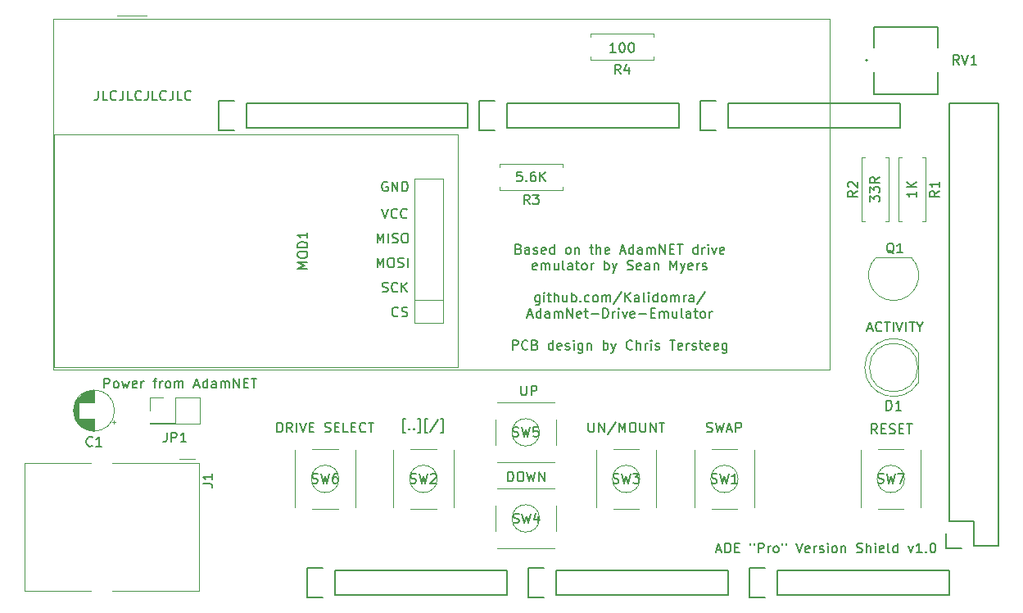
<source format=gbr>
%TF.GenerationSoftware,KiCad,Pcbnew,(5.1.9)-1*%
%TF.CreationDate,2021-02-15T00:05:21-06:00*%
%TF.ProjectId,coleco-adam-ade-pro-shield,636f6c65-636f-42d6-9164-616d2d616465,rev?*%
%TF.SameCoordinates,Original*%
%TF.FileFunction,Legend,Top*%
%TF.FilePolarity,Positive*%
%FSLAX46Y46*%
G04 Gerber Fmt 4.6, Leading zero omitted, Abs format (unit mm)*
G04 Created by KiCad (PCBNEW (5.1.9)-1) date 2021-02-15 00:05:21*
%MOMM*%
%LPD*%
G01*
G04 APERTURE LIST*
%ADD10C,0.150000*%
%ADD11C,0.120000*%
%ADD12C,0.200000*%
%ADD13C,0.127000*%
%ADD14C,0.100000*%
%ADD15C,3.000000*%
%ADD16O,1.800000X2.600000*%
%ADD17R,1.800000X2.600000*%
%ADD18R,1.222000X1.222000*%
%ADD19C,1.222000*%
%ADD20C,1.700000*%
%ADD21O,1.700000X1.700000*%
%ADD22R,1.700000X1.700000*%
%ADD23C,1.200000*%
%ADD24R,1.200000X1.200000*%
%ADD25C,2.500000*%
%ADD26O,2.000000X1.200000*%
%ADD27O,1.600000X1.600000*%
%ADD28C,1.600000*%
%ADD29R,1.050000X1.500000*%
%ADD30O,1.050000X1.500000*%
%ADD31C,1.800000*%
%ADD32R,1.800000X1.800000*%
%ADD33R,1.520000X1.520000*%
%ADD34C,3.250000*%
%ADD35C,1.520000*%
%ADD36C,1.727200*%
%ADD37O,1.727200X1.727200*%
%ADD38O,1.727200X2.032000*%
G04 APERTURE END LIST*
D10*
X108156952Y-68286380D02*
X108156952Y-69000666D01*
X108109333Y-69143523D01*
X108014095Y-69238761D01*
X107871238Y-69286380D01*
X107776000Y-69286380D01*
X109109333Y-69286380D02*
X108633142Y-69286380D01*
X108633142Y-68286380D01*
X110014095Y-69191142D02*
X109966476Y-69238761D01*
X109823619Y-69286380D01*
X109728380Y-69286380D01*
X109585523Y-69238761D01*
X109490285Y-69143523D01*
X109442666Y-69048285D01*
X109395047Y-68857809D01*
X109395047Y-68714952D01*
X109442666Y-68524476D01*
X109490285Y-68429238D01*
X109585523Y-68334000D01*
X109728380Y-68286380D01*
X109823619Y-68286380D01*
X109966476Y-68334000D01*
X110014095Y-68381619D01*
X110728380Y-68286380D02*
X110728380Y-69000666D01*
X110680761Y-69143523D01*
X110585523Y-69238761D01*
X110442666Y-69286380D01*
X110347428Y-69286380D01*
X111680761Y-69286380D02*
X111204571Y-69286380D01*
X111204571Y-68286380D01*
X112585523Y-69191142D02*
X112537904Y-69238761D01*
X112395047Y-69286380D01*
X112299809Y-69286380D01*
X112156952Y-69238761D01*
X112061714Y-69143523D01*
X112014095Y-69048285D01*
X111966476Y-68857809D01*
X111966476Y-68714952D01*
X112014095Y-68524476D01*
X112061714Y-68429238D01*
X112156952Y-68334000D01*
X112299809Y-68286380D01*
X112395047Y-68286380D01*
X112537904Y-68334000D01*
X112585523Y-68381619D01*
X113299809Y-68286380D02*
X113299809Y-69000666D01*
X113252190Y-69143523D01*
X113156952Y-69238761D01*
X113014095Y-69286380D01*
X112918857Y-69286380D01*
X114252190Y-69286380D02*
X113776000Y-69286380D01*
X113776000Y-68286380D01*
X115156952Y-69191142D02*
X115109333Y-69238761D01*
X114966476Y-69286380D01*
X114871238Y-69286380D01*
X114728380Y-69238761D01*
X114633142Y-69143523D01*
X114585523Y-69048285D01*
X114537904Y-68857809D01*
X114537904Y-68714952D01*
X114585523Y-68524476D01*
X114633142Y-68429238D01*
X114728380Y-68334000D01*
X114871238Y-68286380D01*
X114966476Y-68286380D01*
X115109333Y-68334000D01*
X115156952Y-68381619D01*
X115871238Y-68286380D02*
X115871238Y-69000666D01*
X115823619Y-69143523D01*
X115728380Y-69238761D01*
X115585523Y-69286380D01*
X115490285Y-69286380D01*
X116823619Y-69286380D02*
X116347428Y-69286380D01*
X116347428Y-68286380D01*
X117728380Y-69191142D02*
X117680761Y-69238761D01*
X117537904Y-69286380D01*
X117442666Y-69286380D01*
X117299809Y-69238761D01*
X117204571Y-69143523D01*
X117156952Y-69048285D01*
X117109333Y-68857809D01*
X117109333Y-68714952D01*
X117156952Y-68524476D01*
X117204571Y-68429238D01*
X117299809Y-68334000D01*
X117442666Y-68286380D01*
X117537904Y-68286380D01*
X117680761Y-68334000D01*
X117728380Y-68381619D01*
X187666666Y-92876666D02*
X188142857Y-92876666D01*
X187571428Y-93162380D02*
X187904761Y-92162380D01*
X188238095Y-93162380D01*
X189142857Y-93067142D02*
X189095238Y-93114761D01*
X188952380Y-93162380D01*
X188857142Y-93162380D01*
X188714285Y-93114761D01*
X188619047Y-93019523D01*
X188571428Y-92924285D01*
X188523809Y-92733809D01*
X188523809Y-92590952D01*
X188571428Y-92400476D01*
X188619047Y-92305238D01*
X188714285Y-92210000D01*
X188857142Y-92162380D01*
X188952380Y-92162380D01*
X189095238Y-92210000D01*
X189142857Y-92257619D01*
X189428571Y-92162380D02*
X190000000Y-92162380D01*
X189714285Y-93162380D02*
X189714285Y-92162380D01*
X190333333Y-93162380D02*
X190333333Y-92162380D01*
X190666666Y-92162380D02*
X191000000Y-93162380D01*
X191333333Y-92162380D01*
X191666666Y-93162380D02*
X191666666Y-92162380D01*
X192000000Y-92162380D02*
X192571428Y-92162380D01*
X192285714Y-93162380D02*
X192285714Y-92162380D01*
X193095238Y-92686190D02*
X193095238Y-93162380D01*
X192761904Y-92162380D02*
X193095238Y-92686190D01*
X193428571Y-92162380D01*
X151623428Y-84640571D02*
X151766285Y-84688190D01*
X151813904Y-84735809D01*
X151861523Y-84831047D01*
X151861523Y-84973904D01*
X151813904Y-85069142D01*
X151766285Y-85116761D01*
X151671047Y-85164380D01*
X151290095Y-85164380D01*
X151290095Y-84164380D01*
X151623428Y-84164380D01*
X151718666Y-84212000D01*
X151766285Y-84259619D01*
X151813904Y-84354857D01*
X151813904Y-84450095D01*
X151766285Y-84545333D01*
X151718666Y-84592952D01*
X151623428Y-84640571D01*
X151290095Y-84640571D01*
X152718666Y-85164380D02*
X152718666Y-84640571D01*
X152671047Y-84545333D01*
X152575809Y-84497714D01*
X152385333Y-84497714D01*
X152290095Y-84545333D01*
X152718666Y-85116761D02*
X152623428Y-85164380D01*
X152385333Y-85164380D01*
X152290095Y-85116761D01*
X152242476Y-85021523D01*
X152242476Y-84926285D01*
X152290095Y-84831047D01*
X152385333Y-84783428D01*
X152623428Y-84783428D01*
X152718666Y-84735809D01*
X153147238Y-85116761D02*
X153242476Y-85164380D01*
X153432952Y-85164380D01*
X153528190Y-85116761D01*
X153575809Y-85021523D01*
X153575809Y-84973904D01*
X153528190Y-84878666D01*
X153432952Y-84831047D01*
X153290095Y-84831047D01*
X153194857Y-84783428D01*
X153147238Y-84688190D01*
X153147238Y-84640571D01*
X153194857Y-84545333D01*
X153290095Y-84497714D01*
X153432952Y-84497714D01*
X153528190Y-84545333D01*
X154385333Y-85116761D02*
X154290095Y-85164380D01*
X154099619Y-85164380D01*
X154004380Y-85116761D01*
X153956761Y-85021523D01*
X153956761Y-84640571D01*
X154004380Y-84545333D01*
X154099619Y-84497714D01*
X154290095Y-84497714D01*
X154385333Y-84545333D01*
X154432952Y-84640571D01*
X154432952Y-84735809D01*
X153956761Y-84831047D01*
X155290095Y-85164380D02*
X155290095Y-84164380D01*
X155290095Y-85116761D02*
X155194857Y-85164380D01*
X155004380Y-85164380D01*
X154909142Y-85116761D01*
X154861523Y-85069142D01*
X154813904Y-84973904D01*
X154813904Y-84688190D01*
X154861523Y-84592952D01*
X154909142Y-84545333D01*
X155004380Y-84497714D01*
X155194857Y-84497714D01*
X155290095Y-84545333D01*
X156671047Y-85164380D02*
X156575809Y-85116761D01*
X156528190Y-85069142D01*
X156480571Y-84973904D01*
X156480571Y-84688190D01*
X156528190Y-84592952D01*
X156575809Y-84545333D01*
X156671047Y-84497714D01*
X156813904Y-84497714D01*
X156909142Y-84545333D01*
X156956761Y-84592952D01*
X157004380Y-84688190D01*
X157004380Y-84973904D01*
X156956761Y-85069142D01*
X156909142Y-85116761D01*
X156813904Y-85164380D01*
X156671047Y-85164380D01*
X157432952Y-84497714D02*
X157432952Y-85164380D01*
X157432952Y-84592952D02*
X157480571Y-84545333D01*
X157575809Y-84497714D01*
X157718666Y-84497714D01*
X157813904Y-84545333D01*
X157861523Y-84640571D01*
X157861523Y-85164380D01*
X158956761Y-84497714D02*
X159337714Y-84497714D01*
X159099619Y-84164380D02*
X159099619Y-85021523D01*
X159147238Y-85116761D01*
X159242476Y-85164380D01*
X159337714Y-85164380D01*
X159671047Y-85164380D02*
X159671047Y-84164380D01*
X160099619Y-85164380D02*
X160099619Y-84640571D01*
X160052000Y-84545333D01*
X159956761Y-84497714D01*
X159813904Y-84497714D01*
X159718666Y-84545333D01*
X159671047Y-84592952D01*
X160956761Y-85116761D02*
X160861523Y-85164380D01*
X160671047Y-85164380D01*
X160575809Y-85116761D01*
X160528190Y-85021523D01*
X160528190Y-84640571D01*
X160575809Y-84545333D01*
X160671047Y-84497714D01*
X160861523Y-84497714D01*
X160956761Y-84545333D01*
X161004380Y-84640571D01*
X161004380Y-84735809D01*
X160528190Y-84831047D01*
X162147238Y-84878666D02*
X162623428Y-84878666D01*
X162052000Y-85164380D02*
X162385333Y-84164380D01*
X162718666Y-85164380D01*
X163480571Y-85164380D02*
X163480571Y-84164380D01*
X163480571Y-85116761D02*
X163385333Y-85164380D01*
X163194857Y-85164380D01*
X163099619Y-85116761D01*
X163052000Y-85069142D01*
X163004380Y-84973904D01*
X163004380Y-84688190D01*
X163052000Y-84592952D01*
X163099619Y-84545333D01*
X163194857Y-84497714D01*
X163385333Y-84497714D01*
X163480571Y-84545333D01*
X164385333Y-85164380D02*
X164385333Y-84640571D01*
X164337714Y-84545333D01*
X164242476Y-84497714D01*
X164052000Y-84497714D01*
X163956761Y-84545333D01*
X164385333Y-85116761D02*
X164290095Y-85164380D01*
X164052000Y-85164380D01*
X163956761Y-85116761D01*
X163909142Y-85021523D01*
X163909142Y-84926285D01*
X163956761Y-84831047D01*
X164052000Y-84783428D01*
X164290095Y-84783428D01*
X164385333Y-84735809D01*
X164861523Y-85164380D02*
X164861523Y-84497714D01*
X164861523Y-84592952D02*
X164909142Y-84545333D01*
X165004380Y-84497714D01*
X165147238Y-84497714D01*
X165242476Y-84545333D01*
X165290095Y-84640571D01*
X165290095Y-85164380D01*
X165290095Y-84640571D02*
X165337714Y-84545333D01*
X165432952Y-84497714D01*
X165575809Y-84497714D01*
X165671047Y-84545333D01*
X165718666Y-84640571D01*
X165718666Y-85164380D01*
X166194857Y-85164380D02*
X166194857Y-84164380D01*
X166766285Y-85164380D01*
X166766285Y-84164380D01*
X167242476Y-84640571D02*
X167575809Y-84640571D01*
X167718666Y-85164380D02*
X167242476Y-85164380D01*
X167242476Y-84164380D01*
X167718666Y-84164380D01*
X168004380Y-84164380D02*
X168575809Y-84164380D01*
X168290095Y-85164380D02*
X168290095Y-84164380D01*
X170099619Y-85164380D02*
X170099619Y-84164380D01*
X170099619Y-85116761D02*
X170004380Y-85164380D01*
X169813904Y-85164380D01*
X169718666Y-85116761D01*
X169671047Y-85069142D01*
X169623428Y-84973904D01*
X169623428Y-84688190D01*
X169671047Y-84592952D01*
X169718666Y-84545333D01*
X169813904Y-84497714D01*
X170004380Y-84497714D01*
X170099619Y-84545333D01*
X170575809Y-85164380D02*
X170575809Y-84497714D01*
X170575809Y-84688190D02*
X170623428Y-84592952D01*
X170671047Y-84545333D01*
X170766285Y-84497714D01*
X170861523Y-84497714D01*
X171194857Y-85164380D02*
X171194857Y-84497714D01*
X171194857Y-84164380D02*
X171147238Y-84212000D01*
X171194857Y-84259619D01*
X171242476Y-84212000D01*
X171194857Y-84164380D01*
X171194857Y-84259619D01*
X171575809Y-84497714D02*
X171813904Y-85164380D01*
X172052000Y-84497714D01*
X172813904Y-85116761D02*
X172718666Y-85164380D01*
X172528190Y-85164380D01*
X172432952Y-85116761D01*
X172385333Y-85021523D01*
X172385333Y-84640571D01*
X172432952Y-84545333D01*
X172528190Y-84497714D01*
X172718666Y-84497714D01*
X172813904Y-84545333D01*
X172861523Y-84640571D01*
X172861523Y-84735809D01*
X172385333Y-84831047D01*
X153480571Y-86766761D02*
X153385333Y-86814380D01*
X153194857Y-86814380D01*
X153099619Y-86766761D01*
X153052000Y-86671523D01*
X153052000Y-86290571D01*
X153099619Y-86195333D01*
X153194857Y-86147714D01*
X153385333Y-86147714D01*
X153480571Y-86195333D01*
X153528190Y-86290571D01*
X153528190Y-86385809D01*
X153052000Y-86481047D01*
X153956761Y-86814380D02*
X153956761Y-86147714D01*
X153956761Y-86242952D02*
X154004380Y-86195333D01*
X154099619Y-86147714D01*
X154242476Y-86147714D01*
X154337714Y-86195333D01*
X154385333Y-86290571D01*
X154385333Y-86814380D01*
X154385333Y-86290571D02*
X154432952Y-86195333D01*
X154528190Y-86147714D01*
X154671047Y-86147714D01*
X154766285Y-86195333D01*
X154813904Y-86290571D01*
X154813904Y-86814380D01*
X155718666Y-86147714D02*
X155718666Y-86814380D01*
X155290095Y-86147714D02*
X155290095Y-86671523D01*
X155337714Y-86766761D01*
X155432952Y-86814380D01*
X155575809Y-86814380D01*
X155671047Y-86766761D01*
X155718666Y-86719142D01*
X156337714Y-86814380D02*
X156242476Y-86766761D01*
X156194857Y-86671523D01*
X156194857Y-85814380D01*
X157147238Y-86814380D02*
X157147238Y-86290571D01*
X157099619Y-86195333D01*
X157004380Y-86147714D01*
X156813904Y-86147714D01*
X156718666Y-86195333D01*
X157147238Y-86766761D02*
X157052000Y-86814380D01*
X156813904Y-86814380D01*
X156718666Y-86766761D01*
X156671047Y-86671523D01*
X156671047Y-86576285D01*
X156718666Y-86481047D01*
X156813904Y-86433428D01*
X157052000Y-86433428D01*
X157147238Y-86385809D01*
X157480571Y-86147714D02*
X157861523Y-86147714D01*
X157623428Y-85814380D02*
X157623428Y-86671523D01*
X157671047Y-86766761D01*
X157766285Y-86814380D01*
X157861523Y-86814380D01*
X158337714Y-86814380D02*
X158242476Y-86766761D01*
X158194857Y-86719142D01*
X158147238Y-86623904D01*
X158147238Y-86338190D01*
X158194857Y-86242952D01*
X158242476Y-86195333D01*
X158337714Y-86147714D01*
X158480571Y-86147714D01*
X158575809Y-86195333D01*
X158623428Y-86242952D01*
X158671047Y-86338190D01*
X158671047Y-86623904D01*
X158623428Y-86719142D01*
X158575809Y-86766761D01*
X158480571Y-86814380D01*
X158337714Y-86814380D01*
X159099619Y-86814380D02*
X159099619Y-86147714D01*
X159099619Y-86338190D02*
X159147238Y-86242952D01*
X159194857Y-86195333D01*
X159290095Y-86147714D01*
X159385333Y-86147714D01*
X160480571Y-86814380D02*
X160480571Y-85814380D01*
X160480571Y-86195333D02*
X160575809Y-86147714D01*
X160766285Y-86147714D01*
X160861523Y-86195333D01*
X160909142Y-86242952D01*
X160956761Y-86338190D01*
X160956761Y-86623904D01*
X160909142Y-86719142D01*
X160861523Y-86766761D01*
X160766285Y-86814380D01*
X160575809Y-86814380D01*
X160480571Y-86766761D01*
X161290095Y-86147714D02*
X161528190Y-86814380D01*
X161766285Y-86147714D02*
X161528190Y-86814380D01*
X161432952Y-87052476D01*
X161385333Y-87100095D01*
X161290095Y-87147714D01*
X162861523Y-86766761D02*
X163004380Y-86814380D01*
X163242476Y-86814380D01*
X163337714Y-86766761D01*
X163385333Y-86719142D01*
X163432952Y-86623904D01*
X163432952Y-86528666D01*
X163385333Y-86433428D01*
X163337714Y-86385809D01*
X163242476Y-86338190D01*
X163052000Y-86290571D01*
X162956761Y-86242952D01*
X162909142Y-86195333D01*
X162861523Y-86100095D01*
X162861523Y-86004857D01*
X162909142Y-85909619D01*
X162956761Y-85862000D01*
X163052000Y-85814380D01*
X163290095Y-85814380D01*
X163432952Y-85862000D01*
X164242476Y-86766761D02*
X164147238Y-86814380D01*
X163956761Y-86814380D01*
X163861523Y-86766761D01*
X163813904Y-86671523D01*
X163813904Y-86290571D01*
X163861523Y-86195333D01*
X163956761Y-86147714D01*
X164147238Y-86147714D01*
X164242476Y-86195333D01*
X164290095Y-86290571D01*
X164290095Y-86385809D01*
X163813904Y-86481047D01*
X165147238Y-86814380D02*
X165147238Y-86290571D01*
X165099619Y-86195333D01*
X165004380Y-86147714D01*
X164813904Y-86147714D01*
X164718666Y-86195333D01*
X165147238Y-86766761D02*
X165052000Y-86814380D01*
X164813904Y-86814380D01*
X164718666Y-86766761D01*
X164671047Y-86671523D01*
X164671047Y-86576285D01*
X164718666Y-86481047D01*
X164813904Y-86433428D01*
X165052000Y-86433428D01*
X165147238Y-86385809D01*
X165623428Y-86147714D02*
X165623428Y-86814380D01*
X165623428Y-86242952D02*
X165671047Y-86195333D01*
X165766285Y-86147714D01*
X165909142Y-86147714D01*
X166004380Y-86195333D01*
X166052000Y-86290571D01*
X166052000Y-86814380D01*
X167290095Y-86814380D02*
X167290095Y-85814380D01*
X167623428Y-86528666D01*
X167956761Y-85814380D01*
X167956761Y-86814380D01*
X168337714Y-86147714D02*
X168575809Y-86814380D01*
X168813904Y-86147714D02*
X168575809Y-86814380D01*
X168480571Y-87052476D01*
X168432952Y-87100095D01*
X168337714Y-87147714D01*
X169575809Y-86766761D02*
X169480571Y-86814380D01*
X169290095Y-86814380D01*
X169194857Y-86766761D01*
X169147238Y-86671523D01*
X169147238Y-86290571D01*
X169194857Y-86195333D01*
X169290095Y-86147714D01*
X169480571Y-86147714D01*
X169575809Y-86195333D01*
X169623428Y-86290571D01*
X169623428Y-86385809D01*
X169147238Y-86481047D01*
X170052000Y-86814380D02*
X170052000Y-86147714D01*
X170052000Y-86338190D02*
X170099619Y-86242952D01*
X170147238Y-86195333D01*
X170242476Y-86147714D01*
X170337714Y-86147714D01*
X170623428Y-86766761D02*
X170718666Y-86814380D01*
X170909142Y-86814380D01*
X171004380Y-86766761D01*
X171052000Y-86671523D01*
X171052000Y-86623904D01*
X171004380Y-86528666D01*
X170909142Y-86481047D01*
X170766285Y-86481047D01*
X170671047Y-86433428D01*
X170623428Y-86338190D01*
X170623428Y-86290571D01*
X170671047Y-86195333D01*
X170766285Y-86147714D01*
X170909142Y-86147714D01*
X171004380Y-86195333D01*
X153766285Y-89447714D02*
X153766285Y-90257238D01*
X153718666Y-90352476D01*
X153671047Y-90400095D01*
X153575809Y-90447714D01*
X153432952Y-90447714D01*
X153337714Y-90400095D01*
X153766285Y-90066761D02*
X153671047Y-90114380D01*
X153480571Y-90114380D01*
X153385333Y-90066761D01*
X153337714Y-90019142D01*
X153290095Y-89923904D01*
X153290095Y-89638190D01*
X153337714Y-89542952D01*
X153385333Y-89495333D01*
X153480571Y-89447714D01*
X153671047Y-89447714D01*
X153766285Y-89495333D01*
X154242476Y-90114380D02*
X154242476Y-89447714D01*
X154242476Y-89114380D02*
X154194857Y-89162000D01*
X154242476Y-89209619D01*
X154290095Y-89162000D01*
X154242476Y-89114380D01*
X154242476Y-89209619D01*
X154575809Y-89447714D02*
X154956761Y-89447714D01*
X154718666Y-89114380D02*
X154718666Y-89971523D01*
X154766285Y-90066761D01*
X154861523Y-90114380D01*
X154956761Y-90114380D01*
X155290095Y-90114380D02*
X155290095Y-89114380D01*
X155718666Y-90114380D02*
X155718666Y-89590571D01*
X155671047Y-89495333D01*
X155575809Y-89447714D01*
X155432952Y-89447714D01*
X155337714Y-89495333D01*
X155290095Y-89542952D01*
X156623428Y-89447714D02*
X156623428Y-90114380D01*
X156194857Y-89447714D02*
X156194857Y-89971523D01*
X156242476Y-90066761D01*
X156337714Y-90114380D01*
X156480571Y-90114380D01*
X156575809Y-90066761D01*
X156623428Y-90019142D01*
X157099619Y-90114380D02*
X157099619Y-89114380D01*
X157099619Y-89495333D02*
X157194857Y-89447714D01*
X157385333Y-89447714D01*
X157480571Y-89495333D01*
X157528190Y-89542952D01*
X157575809Y-89638190D01*
X157575809Y-89923904D01*
X157528190Y-90019142D01*
X157480571Y-90066761D01*
X157385333Y-90114380D01*
X157194857Y-90114380D01*
X157099619Y-90066761D01*
X158004380Y-90019142D02*
X158052000Y-90066761D01*
X158004380Y-90114380D01*
X157956761Y-90066761D01*
X158004380Y-90019142D01*
X158004380Y-90114380D01*
X158909142Y-90066761D02*
X158813904Y-90114380D01*
X158623428Y-90114380D01*
X158528190Y-90066761D01*
X158480571Y-90019142D01*
X158432952Y-89923904D01*
X158432952Y-89638190D01*
X158480571Y-89542952D01*
X158528190Y-89495333D01*
X158623428Y-89447714D01*
X158813904Y-89447714D01*
X158909142Y-89495333D01*
X159480571Y-90114380D02*
X159385333Y-90066761D01*
X159337714Y-90019142D01*
X159290095Y-89923904D01*
X159290095Y-89638190D01*
X159337714Y-89542952D01*
X159385333Y-89495333D01*
X159480571Y-89447714D01*
X159623428Y-89447714D01*
X159718666Y-89495333D01*
X159766285Y-89542952D01*
X159813904Y-89638190D01*
X159813904Y-89923904D01*
X159766285Y-90019142D01*
X159718666Y-90066761D01*
X159623428Y-90114380D01*
X159480571Y-90114380D01*
X160242476Y-90114380D02*
X160242476Y-89447714D01*
X160242476Y-89542952D02*
X160290095Y-89495333D01*
X160385333Y-89447714D01*
X160528190Y-89447714D01*
X160623428Y-89495333D01*
X160671047Y-89590571D01*
X160671047Y-90114380D01*
X160671047Y-89590571D02*
X160718666Y-89495333D01*
X160813904Y-89447714D01*
X160956761Y-89447714D01*
X161052000Y-89495333D01*
X161099619Y-89590571D01*
X161099619Y-90114380D01*
X162290095Y-89066761D02*
X161432952Y-90352476D01*
X162623428Y-90114380D02*
X162623428Y-89114380D01*
X163194857Y-90114380D02*
X162766285Y-89542952D01*
X163194857Y-89114380D02*
X162623428Y-89685809D01*
X164052000Y-90114380D02*
X164052000Y-89590571D01*
X164004380Y-89495333D01*
X163909142Y-89447714D01*
X163718666Y-89447714D01*
X163623428Y-89495333D01*
X164052000Y-90066761D02*
X163956761Y-90114380D01*
X163718666Y-90114380D01*
X163623428Y-90066761D01*
X163575809Y-89971523D01*
X163575809Y-89876285D01*
X163623428Y-89781047D01*
X163718666Y-89733428D01*
X163956761Y-89733428D01*
X164052000Y-89685809D01*
X164671047Y-90114380D02*
X164575809Y-90066761D01*
X164528190Y-89971523D01*
X164528190Y-89114380D01*
X165052000Y-90114380D02*
X165052000Y-89447714D01*
X165052000Y-89114380D02*
X165004380Y-89162000D01*
X165052000Y-89209619D01*
X165099619Y-89162000D01*
X165052000Y-89114380D01*
X165052000Y-89209619D01*
X165956761Y-90114380D02*
X165956761Y-89114380D01*
X165956761Y-90066761D02*
X165861523Y-90114380D01*
X165671047Y-90114380D01*
X165575809Y-90066761D01*
X165528190Y-90019142D01*
X165480571Y-89923904D01*
X165480571Y-89638190D01*
X165528190Y-89542952D01*
X165575809Y-89495333D01*
X165671047Y-89447714D01*
X165861523Y-89447714D01*
X165956761Y-89495333D01*
X166575809Y-90114380D02*
X166480571Y-90066761D01*
X166432952Y-90019142D01*
X166385333Y-89923904D01*
X166385333Y-89638190D01*
X166432952Y-89542952D01*
X166480571Y-89495333D01*
X166575809Y-89447714D01*
X166718666Y-89447714D01*
X166813904Y-89495333D01*
X166861523Y-89542952D01*
X166909142Y-89638190D01*
X166909142Y-89923904D01*
X166861523Y-90019142D01*
X166813904Y-90066761D01*
X166718666Y-90114380D01*
X166575809Y-90114380D01*
X167337714Y-90114380D02*
X167337714Y-89447714D01*
X167337714Y-89542952D02*
X167385333Y-89495333D01*
X167480571Y-89447714D01*
X167623428Y-89447714D01*
X167718666Y-89495333D01*
X167766285Y-89590571D01*
X167766285Y-90114380D01*
X167766285Y-89590571D02*
X167813904Y-89495333D01*
X167909142Y-89447714D01*
X168052000Y-89447714D01*
X168147238Y-89495333D01*
X168194857Y-89590571D01*
X168194857Y-90114380D01*
X168671047Y-90114380D02*
X168671047Y-89447714D01*
X168671047Y-89638190D02*
X168718666Y-89542952D01*
X168766285Y-89495333D01*
X168861523Y-89447714D01*
X168956761Y-89447714D01*
X169718666Y-90114380D02*
X169718666Y-89590571D01*
X169671047Y-89495333D01*
X169575809Y-89447714D01*
X169385333Y-89447714D01*
X169290095Y-89495333D01*
X169718666Y-90066761D02*
X169623428Y-90114380D01*
X169385333Y-90114380D01*
X169290095Y-90066761D01*
X169242476Y-89971523D01*
X169242476Y-89876285D01*
X169290095Y-89781047D01*
X169385333Y-89733428D01*
X169623428Y-89733428D01*
X169718666Y-89685809D01*
X170909142Y-89066761D02*
X170052000Y-90352476D01*
X152575809Y-91478666D02*
X153052000Y-91478666D01*
X152480571Y-91764380D02*
X152813904Y-90764380D01*
X153147238Y-91764380D01*
X153909142Y-91764380D02*
X153909142Y-90764380D01*
X153909142Y-91716761D02*
X153813904Y-91764380D01*
X153623428Y-91764380D01*
X153528190Y-91716761D01*
X153480571Y-91669142D01*
X153432952Y-91573904D01*
X153432952Y-91288190D01*
X153480571Y-91192952D01*
X153528190Y-91145333D01*
X153623428Y-91097714D01*
X153813904Y-91097714D01*
X153909142Y-91145333D01*
X154813904Y-91764380D02*
X154813904Y-91240571D01*
X154766285Y-91145333D01*
X154671047Y-91097714D01*
X154480571Y-91097714D01*
X154385333Y-91145333D01*
X154813904Y-91716761D02*
X154718666Y-91764380D01*
X154480571Y-91764380D01*
X154385333Y-91716761D01*
X154337714Y-91621523D01*
X154337714Y-91526285D01*
X154385333Y-91431047D01*
X154480571Y-91383428D01*
X154718666Y-91383428D01*
X154813904Y-91335809D01*
X155290095Y-91764380D02*
X155290095Y-91097714D01*
X155290095Y-91192952D02*
X155337714Y-91145333D01*
X155432952Y-91097714D01*
X155575809Y-91097714D01*
X155671047Y-91145333D01*
X155718666Y-91240571D01*
X155718666Y-91764380D01*
X155718666Y-91240571D02*
X155766285Y-91145333D01*
X155861523Y-91097714D01*
X156004380Y-91097714D01*
X156099619Y-91145333D01*
X156147238Y-91240571D01*
X156147238Y-91764380D01*
X156623428Y-91764380D02*
X156623428Y-90764380D01*
X157194857Y-91764380D01*
X157194857Y-90764380D01*
X158052000Y-91716761D02*
X157956761Y-91764380D01*
X157766285Y-91764380D01*
X157671047Y-91716761D01*
X157623428Y-91621523D01*
X157623428Y-91240571D01*
X157671047Y-91145333D01*
X157766285Y-91097714D01*
X157956761Y-91097714D01*
X158052000Y-91145333D01*
X158099619Y-91240571D01*
X158099619Y-91335809D01*
X157623428Y-91431047D01*
X158385333Y-91097714D02*
X158766285Y-91097714D01*
X158528190Y-90764380D02*
X158528190Y-91621523D01*
X158575809Y-91716761D01*
X158671047Y-91764380D01*
X158766285Y-91764380D01*
X159099619Y-91383428D02*
X159861523Y-91383428D01*
X160337714Y-91764380D02*
X160337714Y-90764380D01*
X160575809Y-90764380D01*
X160718666Y-90812000D01*
X160813904Y-90907238D01*
X160861523Y-91002476D01*
X160909142Y-91192952D01*
X160909142Y-91335809D01*
X160861523Y-91526285D01*
X160813904Y-91621523D01*
X160718666Y-91716761D01*
X160575809Y-91764380D01*
X160337714Y-91764380D01*
X161337714Y-91764380D02*
X161337714Y-91097714D01*
X161337714Y-91288190D02*
X161385333Y-91192952D01*
X161432952Y-91145333D01*
X161528190Y-91097714D01*
X161623428Y-91097714D01*
X161956761Y-91764380D02*
X161956761Y-91097714D01*
X161956761Y-90764380D02*
X161909142Y-90812000D01*
X161956761Y-90859619D01*
X162004380Y-90812000D01*
X161956761Y-90764380D01*
X161956761Y-90859619D01*
X162337714Y-91097714D02*
X162575809Y-91764380D01*
X162813904Y-91097714D01*
X163575809Y-91716761D02*
X163480571Y-91764380D01*
X163290095Y-91764380D01*
X163194857Y-91716761D01*
X163147238Y-91621523D01*
X163147238Y-91240571D01*
X163194857Y-91145333D01*
X163290095Y-91097714D01*
X163480571Y-91097714D01*
X163575809Y-91145333D01*
X163623428Y-91240571D01*
X163623428Y-91335809D01*
X163147238Y-91431047D01*
X164052000Y-91383428D02*
X164813904Y-91383428D01*
X165290095Y-91240571D02*
X165623428Y-91240571D01*
X165766285Y-91764380D02*
X165290095Y-91764380D01*
X165290095Y-90764380D01*
X165766285Y-90764380D01*
X166194857Y-91764380D02*
X166194857Y-91097714D01*
X166194857Y-91192952D02*
X166242476Y-91145333D01*
X166337714Y-91097714D01*
X166480571Y-91097714D01*
X166575809Y-91145333D01*
X166623428Y-91240571D01*
X166623428Y-91764380D01*
X166623428Y-91240571D02*
X166671047Y-91145333D01*
X166766285Y-91097714D01*
X166909142Y-91097714D01*
X167004380Y-91145333D01*
X167052000Y-91240571D01*
X167052000Y-91764380D01*
X167956761Y-91097714D02*
X167956761Y-91764380D01*
X167528190Y-91097714D02*
X167528190Y-91621523D01*
X167575809Y-91716761D01*
X167671047Y-91764380D01*
X167813904Y-91764380D01*
X167909142Y-91716761D01*
X167956761Y-91669142D01*
X168575809Y-91764380D02*
X168480571Y-91716761D01*
X168432952Y-91621523D01*
X168432952Y-90764380D01*
X169385333Y-91764380D02*
X169385333Y-91240571D01*
X169337714Y-91145333D01*
X169242476Y-91097714D01*
X169052000Y-91097714D01*
X168956761Y-91145333D01*
X169385333Y-91716761D02*
X169290095Y-91764380D01*
X169052000Y-91764380D01*
X168956761Y-91716761D01*
X168909142Y-91621523D01*
X168909142Y-91526285D01*
X168956761Y-91431047D01*
X169052000Y-91383428D01*
X169290095Y-91383428D01*
X169385333Y-91335809D01*
X169718666Y-91097714D02*
X170099619Y-91097714D01*
X169861523Y-90764380D02*
X169861523Y-91621523D01*
X169909142Y-91716761D01*
X170004380Y-91764380D01*
X170099619Y-91764380D01*
X170575809Y-91764380D02*
X170480571Y-91716761D01*
X170432952Y-91669142D01*
X170385333Y-91573904D01*
X170385333Y-91288190D01*
X170432952Y-91192952D01*
X170480571Y-91145333D01*
X170575809Y-91097714D01*
X170718666Y-91097714D01*
X170813904Y-91145333D01*
X170861523Y-91192952D01*
X170909142Y-91288190D01*
X170909142Y-91573904D01*
X170861523Y-91669142D01*
X170813904Y-91716761D01*
X170718666Y-91764380D01*
X170575809Y-91764380D01*
X171337714Y-91764380D02*
X171337714Y-91097714D01*
X171337714Y-91288190D02*
X171385333Y-91192952D01*
X171432952Y-91145333D01*
X171528190Y-91097714D01*
X171623428Y-91097714D01*
X150980571Y-95064380D02*
X150980571Y-94064380D01*
X151361523Y-94064380D01*
X151456761Y-94112000D01*
X151504380Y-94159619D01*
X151552000Y-94254857D01*
X151552000Y-94397714D01*
X151504380Y-94492952D01*
X151456761Y-94540571D01*
X151361523Y-94588190D01*
X150980571Y-94588190D01*
X152552000Y-94969142D02*
X152504380Y-95016761D01*
X152361523Y-95064380D01*
X152266285Y-95064380D01*
X152123428Y-95016761D01*
X152028190Y-94921523D01*
X151980571Y-94826285D01*
X151932952Y-94635809D01*
X151932952Y-94492952D01*
X151980571Y-94302476D01*
X152028190Y-94207238D01*
X152123428Y-94112000D01*
X152266285Y-94064380D01*
X152361523Y-94064380D01*
X152504380Y-94112000D01*
X152552000Y-94159619D01*
X153313904Y-94540571D02*
X153456761Y-94588190D01*
X153504380Y-94635809D01*
X153552000Y-94731047D01*
X153552000Y-94873904D01*
X153504380Y-94969142D01*
X153456761Y-95016761D01*
X153361523Y-95064380D01*
X152980571Y-95064380D01*
X152980571Y-94064380D01*
X153313904Y-94064380D01*
X153409142Y-94112000D01*
X153456761Y-94159619D01*
X153504380Y-94254857D01*
X153504380Y-94350095D01*
X153456761Y-94445333D01*
X153409142Y-94492952D01*
X153313904Y-94540571D01*
X152980571Y-94540571D01*
X155171047Y-95064380D02*
X155171047Y-94064380D01*
X155171047Y-95016761D02*
X155075809Y-95064380D01*
X154885333Y-95064380D01*
X154790095Y-95016761D01*
X154742476Y-94969142D01*
X154694857Y-94873904D01*
X154694857Y-94588190D01*
X154742476Y-94492952D01*
X154790095Y-94445333D01*
X154885333Y-94397714D01*
X155075809Y-94397714D01*
X155171047Y-94445333D01*
X156028190Y-95016761D02*
X155932952Y-95064380D01*
X155742476Y-95064380D01*
X155647238Y-95016761D01*
X155599619Y-94921523D01*
X155599619Y-94540571D01*
X155647238Y-94445333D01*
X155742476Y-94397714D01*
X155932952Y-94397714D01*
X156028190Y-94445333D01*
X156075809Y-94540571D01*
X156075809Y-94635809D01*
X155599619Y-94731047D01*
X156456761Y-95016761D02*
X156552000Y-95064380D01*
X156742476Y-95064380D01*
X156837714Y-95016761D01*
X156885333Y-94921523D01*
X156885333Y-94873904D01*
X156837714Y-94778666D01*
X156742476Y-94731047D01*
X156599619Y-94731047D01*
X156504380Y-94683428D01*
X156456761Y-94588190D01*
X156456761Y-94540571D01*
X156504380Y-94445333D01*
X156599619Y-94397714D01*
X156742476Y-94397714D01*
X156837714Y-94445333D01*
X157313904Y-95064380D02*
X157313904Y-94397714D01*
X157313904Y-94064380D02*
X157266285Y-94112000D01*
X157313904Y-94159619D01*
X157361523Y-94112000D01*
X157313904Y-94064380D01*
X157313904Y-94159619D01*
X158218666Y-94397714D02*
X158218666Y-95207238D01*
X158171047Y-95302476D01*
X158123428Y-95350095D01*
X158028190Y-95397714D01*
X157885333Y-95397714D01*
X157790095Y-95350095D01*
X158218666Y-95016761D02*
X158123428Y-95064380D01*
X157932952Y-95064380D01*
X157837714Y-95016761D01*
X157790095Y-94969142D01*
X157742476Y-94873904D01*
X157742476Y-94588190D01*
X157790095Y-94492952D01*
X157837714Y-94445333D01*
X157932952Y-94397714D01*
X158123428Y-94397714D01*
X158218666Y-94445333D01*
X158694857Y-94397714D02*
X158694857Y-95064380D01*
X158694857Y-94492952D02*
X158742476Y-94445333D01*
X158837714Y-94397714D01*
X158980571Y-94397714D01*
X159075809Y-94445333D01*
X159123428Y-94540571D01*
X159123428Y-95064380D01*
X160361523Y-95064380D02*
X160361523Y-94064380D01*
X160361523Y-94445333D02*
X160456761Y-94397714D01*
X160647238Y-94397714D01*
X160742476Y-94445333D01*
X160790095Y-94492952D01*
X160837714Y-94588190D01*
X160837714Y-94873904D01*
X160790095Y-94969142D01*
X160742476Y-95016761D01*
X160647238Y-95064380D01*
X160456761Y-95064380D01*
X160361523Y-95016761D01*
X161171047Y-94397714D02*
X161409142Y-95064380D01*
X161647238Y-94397714D02*
X161409142Y-95064380D01*
X161313904Y-95302476D01*
X161266285Y-95350095D01*
X161171047Y-95397714D01*
X163361523Y-94969142D02*
X163313904Y-95016761D01*
X163171047Y-95064380D01*
X163075809Y-95064380D01*
X162932952Y-95016761D01*
X162837714Y-94921523D01*
X162790095Y-94826285D01*
X162742476Y-94635809D01*
X162742476Y-94492952D01*
X162790095Y-94302476D01*
X162837714Y-94207238D01*
X162932952Y-94112000D01*
X163075809Y-94064380D01*
X163171047Y-94064380D01*
X163313904Y-94112000D01*
X163361523Y-94159619D01*
X163790095Y-95064380D02*
X163790095Y-94064380D01*
X164218666Y-95064380D02*
X164218666Y-94540571D01*
X164171047Y-94445333D01*
X164075809Y-94397714D01*
X163932952Y-94397714D01*
X163837714Y-94445333D01*
X163790095Y-94492952D01*
X164694857Y-95064380D02*
X164694857Y-94397714D01*
X164694857Y-94588190D02*
X164742476Y-94492952D01*
X164790095Y-94445333D01*
X164885333Y-94397714D01*
X164980571Y-94397714D01*
X165313904Y-95064380D02*
X165313904Y-94397714D01*
X165313904Y-94064380D02*
X165266285Y-94112000D01*
X165313904Y-94159619D01*
X165361523Y-94112000D01*
X165313904Y-94064380D01*
X165313904Y-94159619D01*
X165742476Y-95016761D02*
X165837714Y-95064380D01*
X166028190Y-95064380D01*
X166123428Y-95016761D01*
X166171047Y-94921523D01*
X166171047Y-94873904D01*
X166123428Y-94778666D01*
X166028190Y-94731047D01*
X165885333Y-94731047D01*
X165790095Y-94683428D01*
X165742476Y-94588190D01*
X165742476Y-94540571D01*
X165790095Y-94445333D01*
X165885333Y-94397714D01*
X166028190Y-94397714D01*
X166123428Y-94445333D01*
X167218666Y-94064380D02*
X167790095Y-94064380D01*
X167504380Y-95064380D02*
X167504380Y-94064380D01*
X168504380Y-95016761D02*
X168409142Y-95064380D01*
X168218666Y-95064380D01*
X168123428Y-95016761D01*
X168075809Y-94921523D01*
X168075809Y-94540571D01*
X168123428Y-94445333D01*
X168218666Y-94397714D01*
X168409142Y-94397714D01*
X168504380Y-94445333D01*
X168552000Y-94540571D01*
X168552000Y-94635809D01*
X168075809Y-94731047D01*
X168980571Y-95064380D02*
X168980571Y-94397714D01*
X168980571Y-94588190D02*
X169028190Y-94492952D01*
X169075809Y-94445333D01*
X169171047Y-94397714D01*
X169266285Y-94397714D01*
X169552000Y-95016761D02*
X169647238Y-95064380D01*
X169837714Y-95064380D01*
X169932952Y-95016761D01*
X169980571Y-94921523D01*
X169980571Y-94873904D01*
X169932952Y-94778666D01*
X169837714Y-94731047D01*
X169694857Y-94731047D01*
X169599619Y-94683428D01*
X169552000Y-94588190D01*
X169552000Y-94540571D01*
X169599619Y-94445333D01*
X169694857Y-94397714D01*
X169837714Y-94397714D01*
X169932952Y-94445333D01*
X170266285Y-94397714D02*
X170647238Y-94397714D01*
X170409142Y-94064380D02*
X170409142Y-94921523D01*
X170456761Y-95016761D01*
X170552000Y-95064380D01*
X170647238Y-95064380D01*
X171361523Y-95016761D02*
X171266285Y-95064380D01*
X171075809Y-95064380D01*
X170980571Y-95016761D01*
X170932952Y-94921523D01*
X170932952Y-94540571D01*
X170980571Y-94445333D01*
X171075809Y-94397714D01*
X171266285Y-94397714D01*
X171361523Y-94445333D01*
X171409142Y-94540571D01*
X171409142Y-94635809D01*
X170932952Y-94731047D01*
X172218666Y-95016761D02*
X172123428Y-95064380D01*
X171932952Y-95064380D01*
X171837714Y-95016761D01*
X171790095Y-94921523D01*
X171790095Y-94540571D01*
X171837714Y-94445333D01*
X171932952Y-94397714D01*
X172123428Y-94397714D01*
X172218666Y-94445333D01*
X172266285Y-94540571D01*
X172266285Y-94635809D01*
X171790095Y-94731047D01*
X173123428Y-94397714D02*
X173123428Y-95207238D01*
X173075809Y-95302476D01*
X173028190Y-95350095D01*
X172932952Y-95397714D01*
X172790095Y-95397714D01*
X172694857Y-95350095D01*
X173123428Y-95016761D02*
X173028190Y-95064380D01*
X172837714Y-95064380D01*
X172742476Y-95016761D01*
X172694857Y-94969142D01*
X172647238Y-94873904D01*
X172647238Y-94588190D01*
X172694857Y-94492952D01*
X172742476Y-94445333D01*
X172837714Y-94397714D01*
X173028190Y-94397714D01*
X173123428Y-94445333D01*
X172054666Y-115736666D02*
X172530857Y-115736666D01*
X171959428Y-116022380D02*
X172292761Y-115022380D01*
X172626095Y-116022380D01*
X172959428Y-116022380D02*
X172959428Y-115022380D01*
X173197523Y-115022380D01*
X173340380Y-115070000D01*
X173435619Y-115165238D01*
X173483238Y-115260476D01*
X173530857Y-115450952D01*
X173530857Y-115593809D01*
X173483238Y-115784285D01*
X173435619Y-115879523D01*
X173340380Y-115974761D01*
X173197523Y-116022380D01*
X172959428Y-116022380D01*
X173959428Y-115498571D02*
X174292761Y-115498571D01*
X174435619Y-116022380D02*
X173959428Y-116022380D01*
X173959428Y-115022380D01*
X174435619Y-115022380D01*
X175578476Y-115022380D02*
X175578476Y-115212857D01*
X175959428Y-115022380D02*
X175959428Y-115212857D01*
X176388000Y-116022380D02*
X176388000Y-115022380D01*
X176768952Y-115022380D01*
X176864190Y-115070000D01*
X176911809Y-115117619D01*
X176959428Y-115212857D01*
X176959428Y-115355714D01*
X176911809Y-115450952D01*
X176864190Y-115498571D01*
X176768952Y-115546190D01*
X176388000Y-115546190D01*
X177388000Y-116022380D02*
X177388000Y-115355714D01*
X177388000Y-115546190D02*
X177435619Y-115450952D01*
X177483238Y-115403333D01*
X177578476Y-115355714D01*
X177673714Y-115355714D01*
X178149904Y-116022380D02*
X178054666Y-115974761D01*
X178007047Y-115927142D01*
X177959428Y-115831904D01*
X177959428Y-115546190D01*
X178007047Y-115450952D01*
X178054666Y-115403333D01*
X178149904Y-115355714D01*
X178292761Y-115355714D01*
X178388000Y-115403333D01*
X178435619Y-115450952D01*
X178483238Y-115546190D01*
X178483238Y-115831904D01*
X178435619Y-115927142D01*
X178388000Y-115974761D01*
X178292761Y-116022380D01*
X178149904Y-116022380D01*
X178864190Y-115022380D02*
X178864190Y-115212857D01*
X179245142Y-115022380D02*
X179245142Y-115212857D01*
X180292761Y-115022380D02*
X180626095Y-116022380D01*
X180959428Y-115022380D01*
X181673714Y-115974761D02*
X181578476Y-116022380D01*
X181388000Y-116022380D01*
X181292761Y-115974761D01*
X181245142Y-115879523D01*
X181245142Y-115498571D01*
X181292761Y-115403333D01*
X181388000Y-115355714D01*
X181578476Y-115355714D01*
X181673714Y-115403333D01*
X181721333Y-115498571D01*
X181721333Y-115593809D01*
X181245142Y-115689047D01*
X182149904Y-116022380D02*
X182149904Y-115355714D01*
X182149904Y-115546190D02*
X182197523Y-115450952D01*
X182245142Y-115403333D01*
X182340380Y-115355714D01*
X182435619Y-115355714D01*
X182721333Y-115974761D02*
X182816571Y-116022380D01*
X183007047Y-116022380D01*
X183102285Y-115974761D01*
X183149904Y-115879523D01*
X183149904Y-115831904D01*
X183102285Y-115736666D01*
X183007047Y-115689047D01*
X182864190Y-115689047D01*
X182768952Y-115641428D01*
X182721333Y-115546190D01*
X182721333Y-115498571D01*
X182768952Y-115403333D01*
X182864190Y-115355714D01*
X183007047Y-115355714D01*
X183102285Y-115403333D01*
X183578476Y-116022380D02*
X183578476Y-115355714D01*
X183578476Y-115022380D02*
X183530857Y-115070000D01*
X183578476Y-115117619D01*
X183626095Y-115070000D01*
X183578476Y-115022380D01*
X183578476Y-115117619D01*
X184197523Y-116022380D02*
X184102285Y-115974761D01*
X184054666Y-115927142D01*
X184007047Y-115831904D01*
X184007047Y-115546190D01*
X184054666Y-115450952D01*
X184102285Y-115403333D01*
X184197523Y-115355714D01*
X184340380Y-115355714D01*
X184435619Y-115403333D01*
X184483238Y-115450952D01*
X184530857Y-115546190D01*
X184530857Y-115831904D01*
X184483238Y-115927142D01*
X184435619Y-115974761D01*
X184340380Y-116022380D01*
X184197523Y-116022380D01*
X184959428Y-115355714D02*
X184959428Y-116022380D01*
X184959428Y-115450952D02*
X185007047Y-115403333D01*
X185102285Y-115355714D01*
X185245142Y-115355714D01*
X185340380Y-115403333D01*
X185388000Y-115498571D01*
X185388000Y-116022380D01*
X186578476Y-115974761D02*
X186721333Y-116022380D01*
X186959428Y-116022380D01*
X187054666Y-115974761D01*
X187102285Y-115927142D01*
X187149904Y-115831904D01*
X187149904Y-115736666D01*
X187102285Y-115641428D01*
X187054666Y-115593809D01*
X186959428Y-115546190D01*
X186768952Y-115498571D01*
X186673714Y-115450952D01*
X186626095Y-115403333D01*
X186578476Y-115308095D01*
X186578476Y-115212857D01*
X186626095Y-115117619D01*
X186673714Y-115070000D01*
X186768952Y-115022380D01*
X187007047Y-115022380D01*
X187149904Y-115070000D01*
X187578476Y-116022380D02*
X187578476Y-115022380D01*
X188007047Y-116022380D02*
X188007047Y-115498571D01*
X187959428Y-115403333D01*
X187864190Y-115355714D01*
X187721333Y-115355714D01*
X187626095Y-115403333D01*
X187578476Y-115450952D01*
X188483238Y-116022380D02*
X188483238Y-115355714D01*
X188483238Y-115022380D02*
X188435619Y-115070000D01*
X188483238Y-115117619D01*
X188530857Y-115070000D01*
X188483238Y-115022380D01*
X188483238Y-115117619D01*
X189340380Y-115974761D02*
X189245142Y-116022380D01*
X189054666Y-116022380D01*
X188959428Y-115974761D01*
X188911809Y-115879523D01*
X188911809Y-115498571D01*
X188959428Y-115403333D01*
X189054666Y-115355714D01*
X189245142Y-115355714D01*
X189340380Y-115403333D01*
X189388000Y-115498571D01*
X189388000Y-115593809D01*
X188911809Y-115689047D01*
X189959428Y-116022380D02*
X189864190Y-115974761D01*
X189816571Y-115879523D01*
X189816571Y-115022380D01*
X190768952Y-116022380D02*
X190768952Y-115022380D01*
X190768952Y-115974761D02*
X190673714Y-116022380D01*
X190483238Y-116022380D01*
X190388000Y-115974761D01*
X190340380Y-115927142D01*
X190292761Y-115831904D01*
X190292761Y-115546190D01*
X190340380Y-115450952D01*
X190388000Y-115403333D01*
X190483238Y-115355714D01*
X190673714Y-115355714D01*
X190768952Y-115403333D01*
X191911809Y-115355714D02*
X192149904Y-116022380D01*
X192388000Y-115355714D01*
X193292761Y-116022380D02*
X192721333Y-116022380D01*
X193007047Y-116022380D02*
X193007047Y-115022380D01*
X192911809Y-115165238D01*
X192816571Y-115260476D01*
X192721333Y-115308095D01*
X193721333Y-115927142D02*
X193768952Y-115974761D01*
X193721333Y-116022380D01*
X193673714Y-115974761D01*
X193721333Y-115927142D01*
X193721333Y-116022380D01*
X194388000Y-115022380D02*
X194483238Y-115022380D01*
X194578476Y-115070000D01*
X194626095Y-115117619D01*
X194673714Y-115212857D01*
X194721333Y-115403333D01*
X194721333Y-115641428D01*
X194673714Y-115831904D01*
X194626095Y-115927142D01*
X194578476Y-115974761D01*
X194483238Y-116022380D01*
X194388000Y-116022380D01*
X194292761Y-115974761D01*
X194245142Y-115927142D01*
X194197523Y-115831904D01*
X194149904Y-115641428D01*
X194149904Y-115403333D01*
X194197523Y-115212857D01*
X194245142Y-115117619D01*
X194292761Y-115070000D01*
X194388000Y-115022380D01*
X108776476Y-99004380D02*
X108776476Y-98004380D01*
X109157428Y-98004380D01*
X109252666Y-98052000D01*
X109300285Y-98099619D01*
X109347904Y-98194857D01*
X109347904Y-98337714D01*
X109300285Y-98432952D01*
X109252666Y-98480571D01*
X109157428Y-98528190D01*
X108776476Y-98528190D01*
X109919333Y-99004380D02*
X109824095Y-98956761D01*
X109776476Y-98909142D01*
X109728857Y-98813904D01*
X109728857Y-98528190D01*
X109776476Y-98432952D01*
X109824095Y-98385333D01*
X109919333Y-98337714D01*
X110062190Y-98337714D01*
X110157428Y-98385333D01*
X110205047Y-98432952D01*
X110252666Y-98528190D01*
X110252666Y-98813904D01*
X110205047Y-98909142D01*
X110157428Y-98956761D01*
X110062190Y-99004380D01*
X109919333Y-99004380D01*
X110586000Y-98337714D02*
X110776476Y-99004380D01*
X110966952Y-98528190D01*
X111157428Y-99004380D01*
X111347904Y-98337714D01*
X112109809Y-98956761D02*
X112014571Y-99004380D01*
X111824095Y-99004380D01*
X111728857Y-98956761D01*
X111681238Y-98861523D01*
X111681238Y-98480571D01*
X111728857Y-98385333D01*
X111824095Y-98337714D01*
X112014571Y-98337714D01*
X112109809Y-98385333D01*
X112157428Y-98480571D01*
X112157428Y-98575809D01*
X111681238Y-98671047D01*
X112586000Y-99004380D02*
X112586000Y-98337714D01*
X112586000Y-98528190D02*
X112633619Y-98432952D01*
X112681238Y-98385333D01*
X112776476Y-98337714D01*
X112871714Y-98337714D01*
X113824095Y-98337714D02*
X114205047Y-98337714D01*
X113966952Y-99004380D02*
X113966952Y-98147238D01*
X114014571Y-98052000D01*
X114109809Y-98004380D01*
X114205047Y-98004380D01*
X114538380Y-99004380D02*
X114538380Y-98337714D01*
X114538380Y-98528190D02*
X114586000Y-98432952D01*
X114633619Y-98385333D01*
X114728857Y-98337714D01*
X114824095Y-98337714D01*
X115300285Y-99004380D02*
X115205047Y-98956761D01*
X115157428Y-98909142D01*
X115109809Y-98813904D01*
X115109809Y-98528190D01*
X115157428Y-98432952D01*
X115205047Y-98385333D01*
X115300285Y-98337714D01*
X115443142Y-98337714D01*
X115538380Y-98385333D01*
X115586000Y-98432952D01*
X115633619Y-98528190D01*
X115633619Y-98813904D01*
X115586000Y-98909142D01*
X115538380Y-98956761D01*
X115443142Y-99004380D01*
X115300285Y-99004380D01*
X116062190Y-99004380D02*
X116062190Y-98337714D01*
X116062190Y-98432952D02*
X116109809Y-98385333D01*
X116205047Y-98337714D01*
X116347904Y-98337714D01*
X116443142Y-98385333D01*
X116490761Y-98480571D01*
X116490761Y-99004380D01*
X116490761Y-98480571D02*
X116538380Y-98385333D01*
X116633619Y-98337714D01*
X116776476Y-98337714D01*
X116871714Y-98385333D01*
X116919333Y-98480571D01*
X116919333Y-99004380D01*
X118109809Y-98718666D02*
X118586000Y-98718666D01*
X118014571Y-99004380D02*
X118347904Y-98004380D01*
X118681238Y-99004380D01*
X119443142Y-99004380D02*
X119443142Y-98004380D01*
X119443142Y-98956761D02*
X119347904Y-99004380D01*
X119157428Y-99004380D01*
X119062190Y-98956761D01*
X119014571Y-98909142D01*
X118966952Y-98813904D01*
X118966952Y-98528190D01*
X119014571Y-98432952D01*
X119062190Y-98385333D01*
X119157428Y-98337714D01*
X119347904Y-98337714D01*
X119443142Y-98385333D01*
X120347904Y-99004380D02*
X120347904Y-98480571D01*
X120300285Y-98385333D01*
X120205047Y-98337714D01*
X120014571Y-98337714D01*
X119919333Y-98385333D01*
X120347904Y-98956761D02*
X120252666Y-99004380D01*
X120014571Y-99004380D01*
X119919333Y-98956761D01*
X119871714Y-98861523D01*
X119871714Y-98766285D01*
X119919333Y-98671047D01*
X120014571Y-98623428D01*
X120252666Y-98623428D01*
X120347904Y-98575809D01*
X120824095Y-99004380D02*
X120824095Y-98337714D01*
X120824095Y-98432952D02*
X120871714Y-98385333D01*
X120966952Y-98337714D01*
X121109809Y-98337714D01*
X121205047Y-98385333D01*
X121252666Y-98480571D01*
X121252666Y-99004380D01*
X121252666Y-98480571D02*
X121300285Y-98385333D01*
X121395523Y-98337714D01*
X121538380Y-98337714D01*
X121633619Y-98385333D01*
X121681238Y-98480571D01*
X121681238Y-99004380D01*
X122157428Y-99004380D02*
X122157428Y-98004380D01*
X122728857Y-99004380D01*
X122728857Y-98004380D01*
X123205047Y-98480571D02*
X123538380Y-98480571D01*
X123681238Y-99004380D02*
X123205047Y-99004380D01*
X123205047Y-98004380D01*
X123681238Y-98004380D01*
X123966952Y-98004380D02*
X124538380Y-98004380D01*
X124252666Y-99004380D02*
X124252666Y-98004380D01*
D11*
%TO.C,DS1*%
X103493000Y-97140000D02*
X183773000Y-97140000D01*
X183773000Y-97140000D02*
X183773000Y-60860000D01*
X183773000Y-60860000D02*
X104293000Y-60860000D01*
X103493000Y-60860000D02*
X103493000Y-97140000D01*
X103503000Y-60860000D02*
X104293000Y-60860000D01*
X110133000Y-60500000D02*
X113133000Y-60500000D01*
D12*
%TO.C,RV1*%
X187679000Y-65151000D02*
G75*
G03*
X187679000Y-65151000I-100000J0D01*
G01*
D13*
X194943000Y-68681000D02*
X188343000Y-68681000D01*
X194943000Y-66386000D02*
X194943000Y-68671000D01*
X194943000Y-61681000D02*
X194943000Y-63846000D01*
X188343000Y-61681000D02*
X194943000Y-61681000D01*
X188343000Y-63846000D02*
X188343000Y-61681000D01*
X188343000Y-68671000D02*
X188343000Y-66386000D01*
D11*
%TO.C,SW2*%
X143182214Y-108406000D02*
G75*
G03*
X143182214Y-108406000I-1414214J0D01*
G01*
X138648000Y-105436000D02*
X138648000Y-111376000D01*
X144888000Y-105436000D02*
X144888000Y-111376000D01*
X140428000Y-105286000D02*
X143108000Y-105286000D01*
X143108000Y-111526000D02*
X140428000Y-111526000D01*
%TO.C,JP1*%
X113478000Y-102676000D02*
X118678000Y-102676000D01*
X113478000Y-102616000D02*
X113478000Y-102676000D01*
X118678000Y-100016000D02*
X118678000Y-102676000D01*
X113478000Y-102616000D02*
X116078000Y-102616000D01*
X116078000Y-102616000D02*
X116078000Y-100016000D01*
X116078000Y-100016000D02*
X118678000Y-100016000D01*
X113478000Y-101346000D02*
X113478000Y-100016000D01*
X113478000Y-100016000D02*
X114808000Y-100016000D01*
%TO.C,C1*%
X109828000Y-101346000D02*
G75*
G03*
X109828000Y-101346000I-2120000J0D01*
G01*
X107708000Y-100506000D02*
X107708000Y-99266000D01*
X107708000Y-103426000D02*
X107708000Y-102186000D01*
X107668000Y-100506000D02*
X107668000Y-99266000D01*
X107668000Y-103426000D02*
X107668000Y-102186000D01*
X107628000Y-100506000D02*
X107628000Y-99267000D01*
X107628000Y-103425000D02*
X107628000Y-102186000D01*
X107588000Y-103423000D02*
X107588000Y-102186000D01*
X107588000Y-100506000D02*
X107588000Y-99269000D01*
X107548000Y-103420000D02*
X107548000Y-102186000D01*
X107548000Y-100506000D02*
X107548000Y-99272000D01*
X107508000Y-103417000D02*
X107508000Y-102186000D01*
X107508000Y-100506000D02*
X107508000Y-99275000D01*
X107468000Y-103413000D02*
X107468000Y-102186000D01*
X107468000Y-100506000D02*
X107468000Y-99279000D01*
X107428000Y-103408000D02*
X107428000Y-102186000D01*
X107428000Y-100506000D02*
X107428000Y-99284000D01*
X107388000Y-103402000D02*
X107388000Y-102186000D01*
X107388000Y-100506000D02*
X107388000Y-99290000D01*
X107348000Y-103396000D02*
X107348000Y-102186000D01*
X107348000Y-100506000D02*
X107348000Y-99296000D01*
X107308000Y-103388000D02*
X107308000Y-102186000D01*
X107308000Y-100506000D02*
X107308000Y-99304000D01*
X107268000Y-103380000D02*
X107268000Y-102186000D01*
X107268000Y-100506000D02*
X107268000Y-99312000D01*
X107228000Y-103371000D02*
X107228000Y-102186000D01*
X107228000Y-100506000D02*
X107228000Y-99321000D01*
X107188000Y-103362000D02*
X107188000Y-102186000D01*
X107188000Y-100506000D02*
X107188000Y-99330000D01*
X107148000Y-103351000D02*
X107148000Y-102186000D01*
X107148000Y-100506000D02*
X107148000Y-99341000D01*
X107108000Y-103340000D02*
X107108000Y-102186000D01*
X107108000Y-100506000D02*
X107108000Y-99352000D01*
X107068000Y-103328000D02*
X107068000Y-102186000D01*
X107068000Y-100506000D02*
X107068000Y-99364000D01*
X107028000Y-103314000D02*
X107028000Y-102186000D01*
X107028000Y-100506000D02*
X107028000Y-99378000D01*
X106987000Y-103300000D02*
X106987000Y-102186000D01*
X106987000Y-100506000D02*
X106987000Y-99392000D01*
X106947000Y-103286000D02*
X106947000Y-102186000D01*
X106947000Y-100506000D02*
X106947000Y-99406000D01*
X106907000Y-103270000D02*
X106907000Y-102186000D01*
X106907000Y-100506000D02*
X106907000Y-99422000D01*
X106867000Y-103253000D02*
X106867000Y-102186000D01*
X106867000Y-100506000D02*
X106867000Y-99439000D01*
X106827000Y-103235000D02*
X106827000Y-102186000D01*
X106827000Y-100506000D02*
X106827000Y-99457000D01*
X106787000Y-103216000D02*
X106787000Y-102186000D01*
X106787000Y-100506000D02*
X106787000Y-99476000D01*
X106747000Y-103197000D02*
X106747000Y-102186000D01*
X106747000Y-100506000D02*
X106747000Y-99495000D01*
X106707000Y-103176000D02*
X106707000Y-102186000D01*
X106707000Y-100506000D02*
X106707000Y-99516000D01*
X106667000Y-103154000D02*
X106667000Y-102186000D01*
X106667000Y-100506000D02*
X106667000Y-99538000D01*
X106627000Y-103131000D02*
X106627000Y-102186000D01*
X106627000Y-100506000D02*
X106627000Y-99561000D01*
X106587000Y-103106000D02*
X106587000Y-102186000D01*
X106587000Y-100506000D02*
X106587000Y-99586000D01*
X106547000Y-103081000D02*
X106547000Y-102186000D01*
X106547000Y-100506000D02*
X106547000Y-99611000D01*
X106507000Y-103054000D02*
X106507000Y-102186000D01*
X106507000Y-100506000D02*
X106507000Y-99638000D01*
X106467000Y-103026000D02*
X106467000Y-102186000D01*
X106467000Y-100506000D02*
X106467000Y-99666000D01*
X106427000Y-102996000D02*
X106427000Y-102186000D01*
X106427000Y-100506000D02*
X106427000Y-99696000D01*
X106387000Y-102965000D02*
X106387000Y-102186000D01*
X106387000Y-100506000D02*
X106387000Y-99727000D01*
X106347000Y-102933000D02*
X106347000Y-102186000D01*
X106347000Y-100506000D02*
X106347000Y-99759000D01*
X106307000Y-102898000D02*
X106307000Y-102186000D01*
X106307000Y-100506000D02*
X106307000Y-99794000D01*
X106267000Y-102862000D02*
X106267000Y-102186000D01*
X106267000Y-100506000D02*
X106267000Y-99830000D01*
X106227000Y-102824000D02*
X106227000Y-102186000D01*
X106227000Y-100506000D02*
X106227000Y-99868000D01*
X106187000Y-102784000D02*
X106187000Y-102186000D01*
X106187000Y-100506000D02*
X106187000Y-99908000D01*
X106147000Y-102742000D02*
X106147000Y-102186000D01*
X106147000Y-100506000D02*
X106147000Y-99950000D01*
X106107000Y-102697000D02*
X106107000Y-99995000D01*
X106067000Y-102650000D02*
X106067000Y-100042000D01*
X106027000Y-102600000D02*
X106027000Y-100092000D01*
X105987000Y-102546000D02*
X105987000Y-100146000D01*
X105947000Y-102488000D02*
X105947000Y-100204000D01*
X105907000Y-102426000D02*
X105907000Y-100266000D01*
X105867000Y-102359000D02*
X105867000Y-100333000D01*
X105827000Y-102286000D02*
X105827000Y-100406000D01*
X105787000Y-102205000D02*
X105787000Y-100487000D01*
X105747000Y-102114000D02*
X105747000Y-100578000D01*
X105707000Y-102010000D02*
X105707000Y-100682000D01*
X105667000Y-101883000D02*
X105667000Y-100809000D01*
X105627000Y-101716000D02*
X105627000Y-100976000D01*
X109977801Y-102541000D02*
X109577801Y-102541000D01*
X109777801Y-102741000D02*
X109777801Y-102341000D01*
%TO.C,MOD1*%
X140813000Y-92282000D02*
X140813000Y-77382000D01*
X140813000Y-77382000D02*
X143813000Y-77382000D01*
X143813000Y-77382000D02*
X143813000Y-92282000D01*
X143813000Y-92282000D02*
X140813000Y-92282000D01*
X140813000Y-89912000D02*
X143813000Y-89912000D01*
X145313000Y-96832000D02*
X145313000Y-72832000D01*
X145313000Y-72832000D02*
X103563000Y-72832000D01*
X103563000Y-72832000D02*
X103563000Y-96832000D01*
X103563000Y-96832000D02*
X145313000Y-96832000D01*
%TO.C,R4*%
X165576000Y-64794000D02*
X165576000Y-65124000D01*
X165576000Y-65124000D02*
X159036000Y-65124000D01*
X159036000Y-65124000D02*
X159036000Y-64794000D01*
X165576000Y-62714000D02*
X165576000Y-62384000D01*
X165576000Y-62384000D02*
X159036000Y-62384000D01*
X159036000Y-62384000D02*
X159036000Y-62714000D01*
%TO.C,R3*%
X156178000Y-78256000D02*
X156178000Y-78586000D01*
X156178000Y-78586000D02*
X149638000Y-78586000D01*
X149638000Y-78586000D02*
X149638000Y-78256000D01*
X156178000Y-76176000D02*
X156178000Y-75846000D01*
X156178000Y-75846000D02*
X149638000Y-75846000D01*
X149638000Y-75846000D02*
X149638000Y-76176000D01*
%TO.C,R2*%
X189508000Y-75216000D02*
X189838000Y-75216000D01*
X189838000Y-75216000D02*
X189838000Y-81756000D01*
X189838000Y-81756000D02*
X189508000Y-81756000D01*
X187428000Y-75216000D02*
X187098000Y-75216000D01*
X187098000Y-75216000D02*
X187098000Y-81756000D01*
X187098000Y-81756000D02*
X187428000Y-81756000D01*
%TO.C,R1*%
X193318000Y-75216000D02*
X193648000Y-75216000D01*
X193648000Y-75216000D02*
X193648000Y-81756000D01*
X193648000Y-81756000D02*
X193318000Y-81756000D01*
X191238000Y-75216000D02*
X190908000Y-75216000D01*
X190908000Y-75216000D02*
X190908000Y-81756000D01*
X190908000Y-81756000D02*
X191238000Y-81756000D01*
%TO.C,Q1*%
X192173000Y-85526000D02*
X188573000Y-85526000D01*
X188534522Y-85537522D02*
G75*
G03*
X190373000Y-89976000I1838478J-1838478D01*
G01*
X192211478Y-85537522D02*
G75*
G02*
X190373000Y-89976000I-1838478J-1838478D01*
G01*
%TO.C,D1*%
X192873000Y-96901000D02*
G75*
G03*
X192873000Y-96901000I-2500000J0D01*
G01*
X192933000Y-98446000D02*
X192933000Y-95356000D01*
X187383000Y-96901462D02*
G75*
G02*
X192933000Y-95356170I2990000J462D01*
G01*
X187383000Y-96900538D02*
G75*
G03*
X192933000Y-98445830I2990000J-462D01*
G01*
%TO.C,SW7*%
X191497214Y-108408400D02*
G75*
G03*
X191497214Y-108408400I-1414214J0D01*
G01*
X193203000Y-111378400D02*
X193203000Y-105438400D01*
X186963000Y-111378400D02*
X186963000Y-105438400D01*
X191423000Y-111528400D02*
X188743000Y-111528400D01*
X188743000Y-105288400D02*
X191423000Y-105288400D01*
%TO.C,SW6*%
X133022214Y-108406000D02*
G75*
G03*
X133022214Y-108406000I-1414214J0D01*
G01*
X128488000Y-105436000D02*
X128488000Y-111376000D01*
X134728000Y-105436000D02*
X134728000Y-111376000D01*
X130268000Y-105286000D02*
X132948000Y-105286000D01*
X132948000Y-111526000D02*
X130268000Y-111526000D01*
%TO.C,SW5*%
X153762214Y-103596000D02*
G75*
G03*
X153762214Y-103596000I-1414214J0D01*
G01*
X149378000Y-106716000D02*
X155318000Y-106716000D01*
X149378000Y-100476000D02*
X155318000Y-100476000D01*
X149228000Y-104936000D02*
X149228000Y-102256000D01*
X155468000Y-102256000D02*
X155468000Y-104936000D01*
%TO.C,SW4*%
X153762214Y-112486000D02*
G75*
G03*
X153762214Y-112486000I-1414214J0D01*
G01*
X149378000Y-115606000D02*
X155318000Y-115606000D01*
X149378000Y-109366000D02*
X155318000Y-109366000D01*
X149228000Y-113826000D02*
X149228000Y-111146000D01*
X155468000Y-111146000D02*
X155468000Y-113826000D01*
%TO.C,SW3*%
X164137214Y-108406000D02*
G75*
G03*
X164137214Y-108406000I-1414214J0D01*
G01*
X159603000Y-105436000D02*
X159603000Y-111376000D01*
X165843000Y-105436000D02*
X165843000Y-111376000D01*
X161383000Y-105286000D02*
X164063000Y-105286000D01*
X164063000Y-111526000D02*
X161383000Y-111526000D01*
%TO.C,SW1*%
X174297214Y-108406000D02*
G75*
G03*
X174297214Y-108406000I-1414214J0D01*
G01*
X169763000Y-105436000D02*
X169763000Y-111376000D01*
X176003000Y-105436000D02*
X176003000Y-111376000D01*
X171543000Y-105286000D02*
X174223000Y-105286000D01*
X174223000Y-111526000D02*
X171543000Y-111526000D01*
%TO.C,J1*%
X116578000Y-106336000D02*
X118108000Y-106336000D01*
X109558000Y-106806000D02*
X118578000Y-106806000D01*
D14*
X109628000Y-106806000D02*
X109558000Y-106806000D01*
D11*
X100578000Y-106806000D02*
X107358000Y-106806000D01*
X100578000Y-120006000D02*
X100578000Y-106806000D01*
D14*
X100588000Y-120006000D02*
X100578000Y-120006000D01*
D11*
X100578000Y-120006000D02*
X107358000Y-120006000D01*
D14*
X100698000Y-120006000D02*
X100578000Y-120006000D01*
D11*
X118578000Y-120006000D02*
X109558000Y-120006000D01*
X118578000Y-106806000D02*
X118578000Y-120006000D01*
D10*
%TO.C,P1*%
X195808000Y-115596000D02*
X197358000Y-115596000D01*
X198628000Y-112776000D02*
X196088000Y-112776000D01*
X198628000Y-115316000D02*
X198628000Y-112776000D01*
X195808000Y-114046000D02*
X195808000Y-115596000D01*
X201168000Y-115316000D02*
X198628000Y-115316000D01*
X201168000Y-69596000D02*
X196088000Y-69596000D01*
X196088000Y-69596000D02*
X196088000Y-112776000D01*
X201168000Y-115316000D02*
X201168000Y-69596000D01*
%TO.C,P2*%
X129768000Y-117576000D02*
X129768000Y-120676000D01*
X131318000Y-117576000D02*
X129768000Y-117576000D01*
X132588000Y-120396000D02*
X132588000Y-117856000D01*
X129768000Y-120676000D02*
X131318000Y-120676000D01*
X150368000Y-117856000D02*
X132588000Y-117856000D01*
X150368000Y-120396000D02*
X150368000Y-117856000D01*
X132588000Y-120396000D02*
X150368000Y-120396000D01*
%TO.C,P3*%
X152628000Y-117576000D02*
X152628000Y-120676000D01*
X154178000Y-117576000D02*
X152628000Y-117576000D01*
X155448000Y-120396000D02*
X155448000Y-117856000D01*
X152628000Y-120676000D02*
X154178000Y-120676000D01*
X173228000Y-117856000D02*
X155448000Y-117856000D01*
X173228000Y-120396000D02*
X173228000Y-117856000D01*
X155448000Y-120396000D02*
X173228000Y-120396000D01*
%TO.C,P4*%
X175488000Y-117576000D02*
X175488000Y-120676000D01*
X177038000Y-117576000D02*
X175488000Y-117576000D01*
X178308000Y-120396000D02*
X178308000Y-117856000D01*
X175488000Y-120676000D02*
X177038000Y-120676000D01*
X196088000Y-117856000D02*
X178308000Y-117856000D01*
X196088000Y-120396000D02*
X196088000Y-117856000D01*
X178308000Y-120396000D02*
X196088000Y-120396000D01*
%TO.C,P5*%
X120624000Y-69316000D02*
X120624000Y-72416000D01*
X122174000Y-69316000D02*
X120624000Y-69316000D01*
X123444000Y-72136000D02*
X123444000Y-69596000D01*
X120624000Y-72416000D02*
X122174000Y-72416000D01*
X146304000Y-69596000D02*
X123444000Y-69596000D01*
X146304000Y-72136000D02*
X146304000Y-69596000D01*
X123444000Y-72136000D02*
X146304000Y-72136000D01*
%TO.C,P6*%
X147548000Y-69316000D02*
X147548000Y-72416000D01*
X149098000Y-69316000D02*
X147548000Y-69316000D01*
X150368000Y-72136000D02*
X150368000Y-69596000D01*
X147548000Y-72416000D02*
X149098000Y-72416000D01*
X168148000Y-69596000D02*
X150368000Y-69596000D01*
X168148000Y-72136000D02*
X168148000Y-69596000D01*
X150368000Y-72136000D02*
X168148000Y-72136000D01*
%TO.C,P7*%
X170408000Y-69316000D02*
X170408000Y-72416000D01*
X171958000Y-69316000D02*
X170408000Y-69316000D01*
X173228000Y-72136000D02*
X173228000Y-69596000D01*
X170408000Y-72416000D02*
X171958000Y-72416000D01*
X191008000Y-69596000D02*
X173228000Y-69596000D01*
X191008000Y-72136000D02*
X191008000Y-69596000D01*
X173228000Y-72136000D02*
X191008000Y-72136000D01*
%TO.C,RV1*%
X197143761Y-65603380D02*
X196810428Y-65127190D01*
X196572333Y-65603380D02*
X196572333Y-64603380D01*
X196953285Y-64603380D01*
X197048523Y-64651000D01*
X197096142Y-64698619D01*
X197143761Y-64793857D01*
X197143761Y-64936714D01*
X197096142Y-65031952D01*
X197048523Y-65079571D01*
X196953285Y-65127190D01*
X196572333Y-65127190D01*
X197429476Y-64603380D02*
X197762809Y-65603380D01*
X198096142Y-64603380D01*
X198953285Y-65603380D02*
X198381857Y-65603380D01*
X198667571Y-65603380D02*
X198667571Y-64603380D01*
X198572333Y-64746238D01*
X198477095Y-64841476D01*
X198381857Y-64889095D01*
%TO.C,SW2*%
X140434666Y-108810761D02*
X140577523Y-108858380D01*
X140815619Y-108858380D01*
X140910857Y-108810761D01*
X140958476Y-108763142D01*
X141006095Y-108667904D01*
X141006095Y-108572666D01*
X140958476Y-108477428D01*
X140910857Y-108429809D01*
X140815619Y-108382190D01*
X140625142Y-108334571D01*
X140529904Y-108286952D01*
X140482285Y-108239333D01*
X140434666Y-108144095D01*
X140434666Y-108048857D01*
X140482285Y-107953619D01*
X140529904Y-107906000D01*
X140625142Y-107858380D01*
X140863238Y-107858380D01*
X141006095Y-107906000D01*
X141339428Y-107858380D02*
X141577523Y-108858380D01*
X141768000Y-108144095D01*
X141958476Y-108858380D01*
X142196571Y-107858380D01*
X142529904Y-107953619D02*
X142577523Y-107906000D01*
X142672761Y-107858380D01*
X142910857Y-107858380D01*
X143006095Y-107906000D01*
X143053714Y-107953619D01*
X143101333Y-108048857D01*
X143101333Y-108144095D01*
X143053714Y-108286952D01*
X142482285Y-108858380D01*
X143101333Y-108858380D01*
X139922476Y-103655714D02*
X139684380Y-103655714D01*
X139684380Y-102227142D01*
X139922476Y-102227142D01*
X140303428Y-103227142D02*
X140351047Y-103274761D01*
X140303428Y-103322380D01*
X140255809Y-103274761D01*
X140303428Y-103227142D01*
X140303428Y-103322380D01*
X140779619Y-103227142D02*
X140827238Y-103274761D01*
X140779619Y-103322380D01*
X140732000Y-103274761D01*
X140779619Y-103227142D01*
X140779619Y-103322380D01*
X141160571Y-103655714D02*
X141398666Y-103655714D01*
X141398666Y-102227142D01*
X141160571Y-102227142D01*
X142208190Y-103655714D02*
X141970095Y-103655714D01*
X141970095Y-102227142D01*
X142208190Y-102227142D01*
X143303428Y-102274761D02*
X142446285Y-103560476D01*
X143541523Y-103655714D02*
X143779619Y-103655714D01*
X143779619Y-102227142D01*
X143541523Y-102227142D01*
%TO.C,JP1*%
X115244666Y-103592380D02*
X115244666Y-104306666D01*
X115197047Y-104449523D01*
X115101809Y-104544761D01*
X114958952Y-104592380D01*
X114863714Y-104592380D01*
X115720857Y-104592380D02*
X115720857Y-103592380D01*
X116101809Y-103592380D01*
X116197047Y-103640000D01*
X116244666Y-103687619D01*
X116292285Y-103782857D01*
X116292285Y-103925714D01*
X116244666Y-104020952D01*
X116197047Y-104068571D01*
X116101809Y-104116190D01*
X115720857Y-104116190D01*
X117244666Y-104592380D02*
X116673238Y-104592380D01*
X116958952Y-104592380D02*
X116958952Y-103592380D01*
X116863714Y-103735238D01*
X116768476Y-103830476D01*
X116673238Y-103878095D01*
%TO.C,C1*%
X107541333Y-104953142D02*
X107493714Y-105000761D01*
X107350857Y-105048380D01*
X107255619Y-105048380D01*
X107112761Y-105000761D01*
X107017523Y-104905523D01*
X106969904Y-104810285D01*
X106922285Y-104619809D01*
X106922285Y-104476952D01*
X106969904Y-104286476D01*
X107017523Y-104191238D01*
X107112761Y-104096000D01*
X107255619Y-104048380D01*
X107350857Y-104048380D01*
X107493714Y-104096000D01*
X107541333Y-104143619D01*
X108493714Y-105048380D02*
X107922285Y-105048380D01*
X108208000Y-105048380D02*
X108208000Y-104048380D01*
X108112761Y-104191238D01*
X108017523Y-104286476D01*
X107922285Y-104334095D01*
%TO.C,MOD1*%
X129765380Y-86665333D02*
X128765380Y-86665333D01*
X129479666Y-86332000D01*
X128765380Y-85998666D01*
X129765380Y-85998666D01*
X128765380Y-85332000D02*
X128765380Y-85141523D01*
X128813000Y-85046285D01*
X128908238Y-84951047D01*
X129098714Y-84903428D01*
X129432047Y-84903428D01*
X129622523Y-84951047D01*
X129717761Y-85046285D01*
X129765380Y-85141523D01*
X129765380Y-85332000D01*
X129717761Y-85427238D01*
X129622523Y-85522476D01*
X129432047Y-85570095D01*
X129098714Y-85570095D01*
X128908238Y-85522476D01*
X128813000Y-85427238D01*
X128765380Y-85332000D01*
X129765380Y-84474857D02*
X128765380Y-84474857D01*
X128765380Y-84236761D01*
X128813000Y-84093904D01*
X128908238Y-83998666D01*
X129003476Y-83951047D01*
X129193952Y-83903428D01*
X129336809Y-83903428D01*
X129527285Y-83951047D01*
X129622523Y-83998666D01*
X129717761Y-84093904D01*
X129765380Y-84236761D01*
X129765380Y-84474857D01*
X129765380Y-82951047D02*
X129765380Y-83522476D01*
X129765380Y-83236761D02*
X128765380Y-83236761D01*
X128908238Y-83332000D01*
X129003476Y-83427238D01*
X129051095Y-83522476D01*
X136991571Y-84018380D02*
X136991571Y-83018380D01*
X137324904Y-83732666D01*
X137658238Y-83018380D01*
X137658238Y-84018380D01*
X138134428Y-84018380D02*
X138134428Y-83018380D01*
X138563000Y-83970761D02*
X138705857Y-84018380D01*
X138943952Y-84018380D01*
X139039190Y-83970761D01*
X139086809Y-83923142D01*
X139134428Y-83827904D01*
X139134428Y-83732666D01*
X139086809Y-83637428D01*
X139039190Y-83589809D01*
X138943952Y-83542190D01*
X138753476Y-83494571D01*
X138658238Y-83446952D01*
X138610619Y-83399333D01*
X138563000Y-83304095D01*
X138563000Y-83208857D01*
X138610619Y-83113619D01*
X138658238Y-83066000D01*
X138753476Y-83018380D01*
X138991571Y-83018380D01*
X139134428Y-83066000D01*
X139753476Y-83018380D02*
X139943952Y-83018380D01*
X140039190Y-83066000D01*
X140134428Y-83161238D01*
X140182047Y-83351714D01*
X140182047Y-83685047D01*
X140134428Y-83875523D01*
X140039190Y-83970761D01*
X139943952Y-84018380D01*
X139753476Y-84018380D01*
X139658238Y-83970761D01*
X139563000Y-83875523D01*
X139515380Y-83685047D01*
X139515380Y-83351714D01*
X139563000Y-83161238D01*
X139658238Y-83066000D01*
X139753476Y-83018380D01*
X139152333Y-91543142D02*
X139104714Y-91590761D01*
X138961857Y-91638380D01*
X138866619Y-91638380D01*
X138723761Y-91590761D01*
X138628523Y-91495523D01*
X138580904Y-91400285D01*
X138533285Y-91209809D01*
X138533285Y-91066952D01*
X138580904Y-90876476D01*
X138628523Y-90781238D01*
X138723761Y-90686000D01*
X138866619Y-90638380D01*
X138961857Y-90638380D01*
X139104714Y-90686000D01*
X139152333Y-90733619D01*
X139533285Y-91590761D02*
X139676142Y-91638380D01*
X139914238Y-91638380D01*
X140009476Y-91590761D01*
X140057095Y-91543142D01*
X140104714Y-91447904D01*
X140104714Y-91352666D01*
X140057095Y-91257428D01*
X140009476Y-91209809D01*
X139914238Y-91162190D01*
X139723761Y-91114571D01*
X139628523Y-91066952D01*
X139580904Y-91019333D01*
X139533285Y-90924095D01*
X139533285Y-90828857D01*
X139580904Y-90733619D01*
X139628523Y-90686000D01*
X139723761Y-90638380D01*
X139961857Y-90638380D01*
X140104714Y-90686000D01*
X137525285Y-89050761D02*
X137668142Y-89098380D01*
X137906238Y-89098380D01*
X138001476Y-89050761D01*
X138049095Y-89003142D01*
X138096714Y-88907904D01*
X138096714Y-88812666D01*
X138049095Y-88717428D01*
X138001476Y-88669809D01*
X137906238Y-88622190D01*
X137715761Y-88574571D01*
X137620523Y-88526952D01*
X137572904Y-88479333D01*
X137525285Y-88384095D01*
X137525285Y-88288857D01*
X137572904Y-88193619D01*
X137620523Y-88146000D01*
X137715761Y-88098380D01*
X137953857Y-88098380D01*
X138096714Y-88146000D01*
X139096714Y-89003142D02*
X139049095Y-89050761D01*
X138906238Y-89098380D01*
X138811000Y-89098380D01*
X138668142Y-89050761D01*
X138572904Y-88955523D01*
X138525285Y-88860285D01*
X138477666Y-88669809D01*
X138477666Y-88526952D01*
X138525285Y-88336476D01*
X138572904Y-88241238D01*
X138668142Y-88146000D01*
X138811000Y-88098380D01*
X138906238Y-88098380D01*
X139049095Y-88146000D01*
X139096714Y-88193619D01*
X139525285Y-89098380D02*
X139525285Y-88098380D01*
X140096714Y-89098380D02*
X139668142Y-88526952D01*
X140096714Y-88098380D02*
X139525285Y-88669809D01*
X136991571Y-86558380D02*
X136991571Y-85558380D01*
X137324904Y-86272666D01*
X137658238Y-85558380D01*
X137658238Y-86558380D01*
X138324904Y-85558380D02*
X138515380Y-85558380D01*
X138610619Y-85606000D01*
X138705857Y-85701238D01*
X138753476Y-85891714D01*
X138753476Y-86225047D01*
X138705857Y-86415523D01*
X138610619Y-86510761D01*
X138515380Y-86558380D01*
X138324904Y-86558380D01*
X138229666Y-86510761D01*
X138134428Y-86415523D01*
X138086809Y-86225047D01*
X138086809Y-85891714D01*
X138134428Y-85701238D01*
X138229666Y-85606000D01*
X138324904Y-85558380D01*
X139134428Y-86510761D02*
X139277285Y-86558380D01*
X139515380Y-86558380D01*
X139610619Y-86510761D01*
X139658238Y-86463142D01*
X139705857Y-86367904D01*
X139705857Y-86272666D01*
X139658238Y-86177428D01*
X139610619Y-86129809D01*
X139515380Y-86082190D01*
X139324904Y-86034571D01*
X139229666Y-85986952D01*
X139182047Y-85939333D01*
X139134428Y-85844095D01*
X139134428Y-85748857D01*
X139182047Y-85653619D01*
X139229666Y-85606000D01*
X139324904Y-85558380D01*
X139563000Y-85558380D01*
X139705857Y-85606000D01*
X140134428Y-86558380D02*
X140134428Y-85558380D01*
X137479666Y-80478380D02*
X137813000Y-81478380D01*
X138146333Y-80478380D01*
X139051095Y-81383142D02*
X139003476Y-81430761D01*
X138860619Y-81478380D01*
X138765380Y-81478380D01*
X138622523Y-81430761D01*
X138527285Y-81335523D01*
X138479666Y-81240285D01*
X138432047Y-81049809D01*
X138432047Y-80906952D01*
X138479666Y-80716476D01*
X138527285Y-80621238D01*
X138622523Y-80526000D01*
X138765380Y-80478380D01*
X138860619Y-80478380D01*
X139003476Y-80526000D01*
X139051095Y-80573619D01*
X140051095Y-81383142D02*
X140003476Y-81430761D01*
X139860619Y-81478380D01*
X139765380Y-81478380D01*
X139622523Y-81430761D01*
X139527285Y-81335523D01*
X139479666Y-81240285D01*
X139432047Y-81049809D01*
X139432047Y-80906952D01*
X139479666Y-80716476D01*
X139527285Y-80621238D01*
X139622523Y-80526000D01*
X139765380Y-80478380D01*
X139860619Y-80478380D01*
X140003476Y-80526000D01*
X140051095Y-80573619D01*
X138051095Y-77732000D02*
X137955857Y-77684380D01*
X137813000Y-77684380D01*
X137670142Y-77732000D01*
X137574904Y-77827238D01*
X137527285Y-77922476D01*
X137479666Y-78112952D01*
X137479666Y-78255809D01*
X137527285Y-78446285D01*
X137574904Y-78541523D01*
X137670142Y-78636761D01*
X137813000Y-78684380D01*
X137908238Y-78684380D01*
X138051095Y-78636761D01*
X138098714Y-78589142D01*
X138098714Y-78255809D01*
X137908238Y-78255809D01*
X138527285Y-78684380D02*
X138527285Y-77684380D01*
X139098714Y-78684380D01*
X139098714Y-77684380D01*
X139574904Y-78684380D02*
X139574904Y-77684380D01*
X139813000Y-77684380D01*
X139955857Y-77732000D01*
X140051095Y-77827238D01*
X140098714Y-77922476D01*
X140146333Y-78112952D01*
X140146333Y-78255809D01*
X140098714Y-78446285D01*
X140051095Y-78541523D01*
X139955857Y-78636761D01*
X139813000Y-78684380D01*
X139574904Y-78684380D01*
%TO.C,R4*%
X162139333Y-66576380D02*
X161806000Y-66100190D01*
X161567904Y-66576380D02*
X161567904Y-65576380D01*
X161948857Y-65576380D01*
X162044095Y-65624000D01*
X162091714Y-65671619D01*
X162139333Y-65766857D01*
X162139333Y-65909714D01*
X162091714Y-66004952D01*
X162044095Y-66052571D01*
X161948857Y-66100190D01*
X161567904Y-66100190D01*
X162996476Y-65909714D02*
X162996476Y-66576380D01*
X162758380Y-65528761D02*
X162520285Y-66243047D01*
X163139333Y-66243047D01*
X161639333Y-64333380D02*
X161067904Y-64333380D01*
X161353619Y-64333380D02*
X161353619Y-63333380D01*
X161258380Y-63476238D01*
X161163142Y-63571476D01*
X161067904Y-63619095D01*
X162258380Y-63333380D02*
X162353619Y-63333380D01*
X162448857Y-63381000D01*
X162496476Y-63428619D01*
X162544095Y-63523857D01*
X162591714Y-63714333D01*
X162591714Y-63952428D01*
X162544095Y-64142904D01*
X162496476Y-64238142D01*
X162448857Y-64285761D01*
X162353619Y-64333380D01*
X162258380Y-64333380D01*
X162163142Y-64285761D01*
X162115523Y-64238142D01*
X162067904Y-64142904D01*
X162020285Y-63952428D01*
X162020285Y-63714333D01*
X162067904Y-63523857D01*
X162115523Y-63428619D01*
X162163142Y-63381000D01*
X162258380Y-63333380D01*
X163210761Y-63333380D02*
X163306000Y-63333380D01*
X163401238Y-63381000D01*
X163448857Y-63428619D01*
X163496476Y-63523857D01*
X163544095Y-63714333D01*
X163544095Y-63952428D01*
X163496476Y-64142904D01*
X163448857Y-64238142D01*
X163401238Y-64285761D01*
X163306000Y-64333380D01*
X163210761Y-64333380D01*
X163115523Y-64285761D01*
X163067904Y-64238142D01*
X163020285Y-64142904D01*
X162972666Y-63952428D01*
X162972666Y-63714333D01*
X163020285Y-63523857D01*
X163067904Y-63428619D01*
X163115523Y-63381000D01*
X163210761Y-63333380D01*
%TO.C,R3*%
X152741333Y-80038380D02*
X152408000Y-79562190D01*
X152169904Y-80038380D02*
X152169904Y-79038380D01*
X152550857Y-79038380D01*
X152646095Y-79086000D01*
X152693714Y-79133619D01*
X152741333Y-79228857D01*
X152741333Y-79371714D01*
X152693714Y-79466952D01*
X152646095Y-79514571D01*
X152550857Y-79562190D01*
X152169904Y-79562190D01*
X153074666Y-79038380D02*
X153693714Y-79038380D01*
X153360380Y-79419333D01*
X153503238Y-79419333D01*
X153598476Y-79466952D01*
X153646095Y-79514571D01*
X153693714Y-79609809D01*
X153693714Y-79847904D01*
X153646095Y-79943142D01*
X153598476Y-79990761D01*
X153503238Y-80038380D01*
X153217523Y-80038380D01*
X153122285Y-79990761D01*
X153074666Y-79943142D01*
X151931809Y-76668380D02*
X151455619Y-76668380D01*
X151408000Y-77144571D01*
X151455619Y-77096952D01*
X151550857Y-77049333D01*
X151788952Y-77049333D01*
X151884190Y-77096952D01*
X151931809Y-77144571D01*
X151979428Y-77239809D01*
X151979428Y-77477904D01*
X151931809Y-77573142D01*
X151884190Y-77620761D01*
X151788952Y-77668380D01*
X151550857Y-77668380D01*
X151455619Y-77620761D01*
X151408000Y-77573142D01*
X152408000Y-77573142D02*
X152455619Y-77620761D01*
X152408000Y-77668380D01*
X152360380Y-77620761D01*
X152408000Y-77573142D01*
X152408000Y-77668380D01*
X153312761Y-76668380D02*
X153122285Y-76668380D01*
X153027047Y-76716000D01*
X152979428Y-76763619D01*
X152884190Y-76906476D01*
X152836571Y-77096952D01*
X152836571Y-77477904D01*
X152884190Y-77573142D01*
X152931809Y-77620761D01*
X153027047Y-77668380D01*
X153217523Y-77668380D01*
X153312761Y-77620761D01*
X153360380Y-77573142D01*
X153408000Y-77477904D01*
X153408000Y-77239809D01*
X153360380Y-77144571D01*
X153312761Y-77096952D01*
X153217523Y-77049333D01*
X153027047Y-77049333D01*
X152931809Y-77096952D01*
X152884190Y-77144571D01*
X152836571Y-77239809D01*
X153836571Y-77668380D02*
X153836571Y-76668380D01*
X154408000Y-77668380D02*
X153979428Y-77096952D01*
X154408000Y-76668380D02*
X153836571Y-77239809D01*
%TO.C,R2*%
X186634380Y-78652666D02*
X186158190Y-78986000D01*
X186634380Y-79224095D02*
X185634380Y-79224095D01*
X185634380Y-78843142D01*
X185682000Y-78747904D01*
X185729619Y-78700285D01*
X185824857Y-78652666D01*
X185967714Y-78652666D01*
X186062952Y-78700285D01*
X186110571Y-78747904D01*
X186158190Y-78843142D01*
X186158190Y-79224095D01*
X185729619Y-78271714D02*
X185682000Y-78224095D01*
X185634380Y-78128857D01*
X185634380Y-77890761D01*
X185682000Y-77795523D01*
X185729619Y-77747904D01*
X185824857Y-77700285D01*
X185920095Y-77700285D01*
X186062952Y-77747904D01*
X186634380Y-78319333D01*
X186634380Y-77700285D01*
X187920380Y-79795523D02*
X187920380Y-79176476D01*
X188301333Y-79509809D01*
X188301333Y-79366952D01*
X188348952Y-79271714D01*
X188396571Y-79224095D01*
X188491809Y-79176476D01*
X188729904Y-79176476D01*
X188825142Y-79224095D01*
X188872761Y-79271714D01*
X188920380Y-79366952D01*
X188920380Y-79652666D01*
X188872761Y-79747904D01*
X188825142Y-79795523D01*
X187920380Y-78843142D02*
X187920380Y-78224095D01*
X188301333Y-78557428D01*
X188301333Y-78414571D01*
X188348952Y-78319333D01*
X188396571Y-78271714D01*
X188491809Y-78224095D01*
X188729904Y-78224095D01*
X188825142Y-78271714D01*
X188872761Y-78319333D01*
X188920380Y-78414571D01*
X188920380Y-78700285D01*
X188872761Y-78795523D01*
X188825142Y-78843142D01*
X188920380Y-77224095D02*
X188444190Y-77557428D01*
X188920380Y-77795523D02*
X187920380Y-77795523D01*
X187920380Y-77414571D01*
X187968000Y-77319333D01*
X188015619Y-77271714D01*
X188110857Y-77224095D01*
X188253714Y-77224095D01*
X188348952Y-77271714D01*
X188396571Y-77319333D01*
X188444190Y-77414571D01*
X188444190Y-77795523D01*
%TO.C,R1*%
X195100380Y-78652666D02*
X194624190Y-78986000D01*
X195100380Y-79224095D02*
X194100380Y-79224095D01*
X194100380Y-78843142D01*
X194148000Y-78747904D01*
X194195619Y-78700285D01*
X194290857Y-78652666D01*
X194433714Y-78652666D01*
X194528952Y-78700285D01*
X194576571Y-78747904D01*
X194624190Y-78843142D01*
X194624190Y-79224095D01*
X195100380Y-77700285D02*
X195100380Y-78271714D01*
X195100380Y-77986000D02*
X194100380Y-77986000D01*
X194243238Y-78081238D01*
X194338476Y-78176476D01*
X194386095Y-78271714D01*
X192730380Y-78700285D02*
X192730380Y-79271714D01*
X192730380Y-78986000D02*
X191730380Y-78986000D01*
X191873238Y-79081238D01*
X191968476Y-79176476D01*
X192016095Y-79271714D01*
X192730380Y-78271714D02*
X191730380Y-78271714D01*
X192730380Y-77700285D02*
X192158952Y-78128857D01*
X191730380Y-77700285D02*
X192301809Y-78271714D01*
%TO.C,Q1*%
X190404761Y-85129619D02*
X190309523Y-85082000D01*
X190214285Y-84986761D01*
X190071428Y-84843904D01*
X189976190Y-84796285D01*
X189880952Y-84796285D01*
X189928571Y-85034380D02*
X189833333Y-84986761D01*
X189738095Y-84891523D01*
X189690476Y-84701047D01*
X189690476Y-84367714D01*
X189738095Y-84177238D01*
X189833333Y-84082000D01*
X189928571Y-84034380D01*
X190119047Y-84034380D01*
X190214285Y-84082000D01*
X190309523Y-84177238D01*
X190357142Y-84367714D01*
X190357142Y-84701047D01*
X190309523Y-84891523D01*
X190214285Y-84986761D01*
X190119047Y-85034380D01*
X189928571Y-85034380D01*
X191309523Y-85034380D02*
X190738095Y-85034380D01*
X191023809Y-85034380D02*
X191023809Y-84034380D01*
X190928571Y-84177238D01*
X190833333Y-84272476D01*
X190738095Y-84320095D01*
%TO.C,D1*%
X189634904Y-101313380D02*
X189634904Y-100313380D01*
X189873000Y-100313380D01*
X190015857Y-100361000D01*
X190111095Y-100456238D01*
X190158714Y-100551476D01*
X190206333Y-100741952D01*
X190206333Y-100884809D01*
X190158714Y-101075285D01*
X190111095Y-101170523D01*
X190015857Y-101265761D01*
X189873000Y-101313380D01*
X189634904Y-101313380D01*
X191158714Y-101313380D02*
X190587285Y-101313380D01*
X190873000Y-101313380D02*
X190873000Y-100313380D01*
X190777761Y-100456238D01*
X190682523Y-100551476D01*
X190587285Y-100599095D01*
%TO.C,SW7*%
X188749666Y-108813161D02*
X188892523Y-108860780D01*
X189130619Y-108860780D01*
X189225857Y-108813161D01*
X189273476Y-108765542D01*
X189321095Y-108670304D01*
X189321095Y-108575066D01*
X189273476Y-108479828D01*
X189225857Y-108432209D01*
X189130619Y-108384590D01*
X188940142Y-108336971D01*
X188844904Y-108289352D01*
X188797285Y-108241733D01*
X188749666Y-108146495D01*
X188749666Y-108051257D01*
X188797285Y-107956019D01*
X188844904Y-107908400D01*
X188940142Y-107860780D01*
X189178238Y-107860780D01*
X189321095Y-107908400D01*
X189654428Y-107860780D02*
X189892523Y-108860780D01*
X190083000Y-108146495D01*
X190273476Y-108860780D01*
X190511571Y-107860780D01*
X190797285Y-107860780D02*
X191463952Y-107860780D01*
X191035380Y-108860780D01*
X188666619Y-103728780D02*
X188333285Y-103252590D01*
X188095190Y-103728780D02*
X188095190Y-102728780D01*
X188476142Y-102728780D01*
X188571380Y-102776400D01*
X188619000Y-102824019D01*
X188666619Y-102919257D01*
X188666619Y-103062114D01*
X188619000Y-103157352D01*
X188571380Y-103204971D01*
X188476142Y-103252590D01*
X188095190Y-103252590D01*
X189095190Y-103204971D02*
X189428523Y-103204971D01*
X189571380Y-103728780D02*
X189095190Y-103728780D01*
X189095190Y-102728780D01*
X189571380Y-102728780D01*
X189952333Y-103681161D02*
X190095190Y-103728780D01*
X190333285Y-103728780D01*
X190428523Y-103681161D01*
X190476142Y-103633542D01*
X190523761Y-103538304D01*
X190523761Y-103443066D01*
X190476142Y-103347828D01*
X190428523Y-103300209D01*
X190333285Y-103252590D01*
X190142809Y-103204971D01*
X190047571Y-103157352D01*
X189999952Y-103109733D01*
X189952333Y-103014495D01*
X189952333Y-102919257D01*
X189999952Y-102824019D01*
X190047571Y-102776400D01*
X190142809Y-102728780D01*
X190380904Y-102728780D01*
X190523761Y-102776400D01*
X190952333Y-103204971D02*
X191285666Y-103204971D01*
X191428523Y-103728780D02*
X190952333Y-103728780D01*
X190952333Y-102728780D01*
X191428523Y-102728780D01*
X191714238Y-102728780D02*
X192285666Y-102728780D01*
X191999952Y-103728780D02*
X191999952Y-102728780D01*
%TO.C,SW6*%
X130274666Y-108810761D02*
X130417523Y-108858380D01*
X130655619Y-108858380D01*
X130750857Y-108810761D01*
X130798476Y-108763142D01*
X130846095Y-108667904D01*
X130846095Y-108572666D01*
X130798476Y-108477428D01*
X130750857Y-108429809D01*
X130655619Y-108382190D01*
X130465142Y-108334571D01*
X130369904Y-108286952D01*
X130322285Y-108239333D01*
X130274666Y-108144095D01*
X130274666Y-108048857D01*
X130322285Y-107953619D01*
X130369904Y-107906000D01*
X130465142Y-107858380D01*
X130703238Y-107858380D01*
X130846095Y-107906000D01*
X131179428Y-107858380D02*
X131417523Y-108858380D01*
X131608000Y-108144095D01*
X131798476Y-108858380D01*
X132036571Y-107858380D01*
X132846095Y-107858380D02*
X132655619Y-107858380D01*
X132560380Y-107906000D01*
X132512761Y-107953619D01*
X132417523Y-108096476D01*
X132369904Y-108286952D01*
X132369904Y-108667904D01*
X132417523Y-108763142D01*
X132465142Y-108810761D01*
X132560380Y-108858380D01*
X132750857Y-108858380D01*
X132846095Y-108810761D01*
X132893714Y-108763142D01*
X132941333Y-108667904D01*
X132941333Y-108429809D01*
X132893714Y-108334571D01*
X132846095Y-108286952D01*
X132750857Y-108239333D01*
X132560380Y-108239333D01*
X132465142Y-108286952D01*
X132417523Y-108334571D01*
X132369904Y-108429809D01*
X126643428Y-103576380D02*
X126643428Y-102576380D01*
X126881523Y-102576380D01*
X127024380Y-102624000D01*
X127119619Y-102719238D01*
X127167238Y-102814476D01*
X127214857Y-103004952D01*
X127214857Y-103147809D01*
X127167238Y-103338285D01*
X127119619Y-103433523D01*
X127024380Y-103528761D01*
X126881523Y-103576380D01*
X126643428Y-103576380D01*
X128214857Y-103576380D02*
X127881523Y-103100190D01*
X127643428Y-103576380D02*
X127643428Y-102576380D01*
X128024380Y-102576380D01*
X128119619Y-102624000D01*
X128167238Y-102671619D01*
X128214857Y-102766857D01*
X128214857Y-102909714D01*
X128167238Y-103004952D01*
X128119619Y-103052571D01*
X128024380Y-103100190D01*
X127643428Y-103100190D01*
X128643428Y-103576380D02*
X128643428Y-102576380D01*
X128976761Y-102576380D02*
X129310095Y-103576380D01*
X129643428Y-102576380D01*
X129976761Y-103052571D02*
X130310095Y-103052571D01*
X130452952Y-103576380D02*
X129976761Y-103576380D01*
X129976761Y-102576380D01*
X130452952Y-102576380D01*
X131595809Y-103528761D02*
X131738666Y-103576380D01*
X131976761Y-103576380D01*
X132072000Y-103528761D01*
X132119619Y-103481142D01*
X132167238Y-103385904D01*
X132167238Y-103290666D01*
X132119619Y-103195428D01*
X132072000Y-103147809D01*
X131976761Y-103100190D01*
X131786285Y-103052571D01*
X131691047Y-103004952D01*
X131643428Y-102957333D01*
X131595809Y-102862095D01*
X131595809Y-102766857D01*
X131643428Y-102671619D01*
X131691047Y-102624000D01*
X131786285Y-102576380D01*
X132024380Y-102576380D01*
X132167238Y-102624000D01*
X132595809Y-103052571D02*
X132929142Y-103052571D01*
X133072000Y-103576380D02*
X132595809Y-103576380D01*
X132595809Y-102576380D01*
X133072000Y-102576380D01*
X133976761Y-103576380D02*
X133500571Y-103576380D01*
X133500571Y-102576380D01*
X134310095Y-103052571D02*
X134643428Y-103052571D01*
X134786285Y-103576380D02*
X134310095Y-103576380D01*
X134310095Y-102576380D01*
X134786285Y-102576380D01*
X135786285Y-103481142D02*
X135738666Y-103528761D01*
X135595809Y-103576380D01*
X135500571Y-103576380D01*
X135357714Y-103528761D01*
X135262476Y-103433523D01*
X135214857Y-103338285D01*
X135167238Y-103147809D01*
X135167238Y-103004952D01*
X135214857Y-102814476D01*
X135262476Y-102719238D01*
X135357714Y-102624000D01*
X135500571Y-102576380D01*
X135595809Y-102576380D01*
X135738666Y-102624000D01*
X135786285Y-102671619D01*
X136072000Y-102576380D02*
X136643428Y-102576380D01*
X136357714Y-103576380D02*
X136357714Y-102576380D01*
%TO.C,SW5*%
X151014666Y-104000761D02*
X151157523Y-104048380D01*
X151395619Y-104048380D01*
X151490857Y-104000761D01*
X151538476Y-103953142D01*
X151586095Y-103857904D01*
X151586095Y-103762666D01*
X151538476Y-103667428D01*
X151490857Y-103619809D01*
X151395619Y-103572190D01*
X151205142Y-103524571D01*
X151109904Y-103476952D01*
X151062285Y-103429333D01*
X151014666Y-103334095D01*
X151014666Y-103238857D01*
X151062285Y-103143619D01*
X151109904Y-103096000D01*
X151205142Y-103048380D01*
X151443238Y-103048380D01*
X151586095Y-103096000D01*
X151919428Y-103048380D02*
X152157523Y-104048380D01*
X152348000Y-103334095D01*
X152538476Y-104048380D01*
X152776571Y-103048380D01*
X153633714Y-103048380D02*
X153157523Y-103048380D01*
X153109904Y-103524571D01*
X153157523Y-103476952D01*
X153252761Y-103429333D01*
X153490857Y-103429333D01*
X153586095Y-103476952D01*
X153633714Y-103524571D01*
X153681333Y-103619809D01*
X153681333Y-103857904D01*
X153633714Y-103953142D01*
X153586095Y-104000761D01*
X153490857Y-104048380D01*
X153252761Y-104048380D01*
X153157523Y-104000761D01*
X153109904Y-103953142D01*
X151868285Y-98766380D02*
X151868285Y-99575904D01*
X151915904Y-99671142D01*
X151963523Y-99718761D01*
X152058761Y-99766380D01*
X152249238Y-99766380D01*
X152344476Y-99718761D01*
X152392095Y-99671142D01*
X152439714Y-99575904D01*
X152439714Y-98766380D01*
X152915904Y-99766380D02*
X152915904Y-98766380D01*
X153296857Y-98766380D01*
X153392095Y-98814000D01*
X153439714Y-98861619D01*
X153487333Y-98956857D01*
X153487333Y-99099714D01*
X153439714Y-99194952D01*
X153392095Y-99242571D01*
X153296857Y-99290190D01*
X152915904Y-99290190D01*
%TO.C,SW4*%
X151066666Y-112926761D02*
X151209523Y-112974380D01*
X151447619Y-112974380D01*
X151542857Y-112926761D01*
X151590476Y-112879142D01*
X151638095Y-112783904D01*
X151638095Y-112688666D01*
X151590476Y-112593428D01*
X151542857Y-112545809D01*
X151447619Y-112498190D01*
X151257142Y-112450571D01*
X151161904Y-112402952D01*
X151114285Y-112355333D01*
X151066666Y-112260095D01*
X151066666Y-112164857D01*
X151114285Y-112069619D01*
X151161904Y-112022000D01*
X151257142Y-111974380D01*
X151495238Y-111974380D01*
X151638095Y-112022000D01*
X151971428Y-111974380D02*
X152209523Y-112974380D01*
X152400000Y-112260095D01*
X152590476Y-112974380D01*
X152828571Y-111974380D01*
X153638095Y-112307714D02*
X153638095Y-112974380D01*
X153400000Y-111926761D02*
X153161904Y-112641047D01*
X153780952Y-112641047D01*
X150519047Y-108656380D02*
X150519047Y-107656380D01*
X150757142Y-107656380D01*
X150900000Y-107704000D01*
X150995238Y-107799238D01*
X151042857Y-107894476D01*
X151090476Y-108084952D01*
X151090476Y-108227809D01*
X151042857Y-108418285D01*
X150995238Y-108513523D01*
X150900000Y-108608761D01*
X150757142Y-108656380D01*
X150519047Y-108656380D01*
X151709523Y-107656380D02*
X151900000Y-107656380D01*
X151995238Y-107704000D01*
X152090476Y-107799238D01*
X152138095Y-107989714D01*
X152138095Y-108323047D01*
X152090476Y-108513523D01*
X151995238Y-108608761D01*
X151900000Y-108656380D01*
X151709523Y-108656380D01*
X151614285Y-108608761D01*
X151519047Y-108513523D01*
X151471428Y-108323047D01*
X151471428Y-107989714D01*
X151519047Y-107799238D01*
X151614285Y-107704000D01*
X151709523Y-107656380D01*
X152471428Y-107656380D02*
X152709523Y-108656380D01*
X152900000Y-107942095D01*
X153090476Y-108656380D01*
X153328571Y-107656380D01*
X153709523Y-108656380D02*
X153709523Y-107656380D01*
X154280952Y-108656380D01*
X154280952Y-107656380D01*
%TO.C,SW3*%
X161389666Y-108810761D02*
X161532523Y-108858380D01*
X161770619Y-108858380D01*
X161865857Y-108810761D01*
X161913476Y-108763142D01*
X161961095Y-108667904D01*
X161961095Y-108572666D01*
X161913476Y-108477428D01*
X161865857Y-108429809D01*
X161770619Y-108382190D01*
X161580142Y-108334571D01*
X161484904Y-108286952D01*
X161437285Y-108239333D01*
X161389666Y-108144095D01*
X161389666Y-108048857D01*
X161437285Y-107953619D01*
X161484904Y-107906000D01*
X161580142Y-107858380D01*
X161818238Y-107858380D01*
X161961095Y-107906000D01*
X162294428Y-107858380D02*
X162532523Y-108858380D01*
X162723000Y-108144095D01*
X162913476Y-108858380D01*
X163151571Y-107858380D01*
X163437285Y-107858380D02*
X164056333Y-107858380D01*
X163723000Y-108239333D01*
X163865857Y-108239333D01*
X163961095Y-108286952D01*
X164008714Y-108334571D01*
X164056333Y-108429809D01*
X164056333Y-108667904D01*
X164008714Y-108763142D01*
X163961095Y-108810761D01*
X163865857Y-108858380D01*
X163580142Y-108858380D01*
X163484904Y-108810761D01*
X163437285Y-108763142D01*
X158829857Y-102576380D02*
X158829857Y-103385904D01*
X158877476Y-103481142D01*
X158925095Y-103528761D01*
X159020333Y-103576380D01*
X159210809Y-103576380D01*
X159306047Y-103528761D01*
X159353666Y-103481142D01*
X159401285Y-103385904D01*
X159401285Y-102576380D01*
X159877476Y-103576380D02*
X159877476Y-102576380D01*
X160448904Y-103576380D01*
X160448904Y-102576380D01*
X161639380Y-102528761D02*
X160782238Y-103814476D01*
X161972714Y-103576380D02*
X161972714Y-102576380D01*
X162306047Y-103290666D01*
X162639380Y-102576380D01*
X162639380Y-103576380D01*
X163306047Y-102576380D02*
X163496523Y-102576380D01*
X163591761Y-102624000D01*
X163687000Y-102719238D01*
X163734619Y-102909714D01*
X163734619Y-103243047D01*
X163687000Y-103433523D01*
X163591761Y-103528761D01*
X163496523Y-103576380D01*
X163306047Y-103576380D01*
X163210809Y-103528761D01*
X163115571Y-103433523D01*
X163067952Y-103243047D01*
X163067952Y-102909714D01*
X163115571Y-102719238D01*
X163210809Y-102624000D01*
X163306047Y-102576380D01*
X164163190Y-102576380D02*
X164163190Y-103385904D01*
X164210809Y-103481142D01*
X164258428Y-103528761D01*
X164353666Y-103576380D01*
X164544142Y-103576380D01*
X164639380Y-103528761D01*
X164687000Y-103481142D01*
X164734619Y-103385904D01*
X164734619Y-102576380D01*
X165210809Y-103576380D02*
X165210809Y-102576380D01*
X165782238Y-103576380D01*
X165782238Y-102576380D01*
X166115571Y-102576380D02*
X166687000Y-102576380D01*
X166401285Y-103576380D02*
X166401285Y-102576380D01*
%TO.C,SW1*%
X171549666Y-108810761D02*
X171692523Y-108858380D01*
X171930619Y-108858380D01*
X172025857Y-108810761D01*
X172073476Y-108763142D01*
X172121095Y-108667904D01*
X172121095Y-108572666D01*
X172073476Y-108477428D01*
X172025857Y-108429809D01*
X171930619Y-108382190D01*
X171740142Y-108334571D01*
X171644904Y-108286952D01*
X171597285Y-108239333D01*
X171549666Y-108144095D01*
X171549666Y-108048857D01*
X171597285Y-107953619D01*
X171644904Y-107906000D01*
X171740142Y-107858380D01*
X171978238Y-107858380D01*
X172121095Y-107906000D01*
X172454428Y-107858380D02*
X172692523Y-108858380D01*
X172883000Y-108144095D01*
X173073476Y-108858380D01*
X173311571Y-107858380D01*
X174216333Y-108858380D02*
X173644904Y-108858380D01*
X173930619Y-108858380D02*
X173930619Y-107858380D01*
X173835380Y-108001238D01*
X173740142Y-108096476D01*
X173644904Y-108144095D01*
X171061285Y-103528761D02*
X171204142Y-103576380D01*
X171442238Y-103576380D01*
X171537476Y-103528761D01*
X171585095Y-103481142D01*
X171632714Y-103385904D01*
X171632714Y-103290666D01*
X171585095Y-103195428D01*
X171537476Y-103147809D01*
X171442238Y-103100190D01*
X171251761Y-103052571D01*
X171156523Y-103004952D01*
X171108904Y-102957333D01*
X171061285Y-102862095D01*
X171061285Y-102766857D01*
X171108904Y-102671619D01*
X171156523Y-102624000D01*
X171251761Y-102576380D01*
X171489857Y-102576380D01*
X171632714Y-102624000D01*
X171966047Y-102576380D02*
X172204142Y-103576380D01*
X172394619Y-102862095D01*
X172585095Y-103576380D01*
X172823190Y-102576380D01*
X173156523Y-103290666D02*
X173632714Y-103290666D01*
X173061285Y-103576380D02*
X173394619Y-102576380D01*
X173727952Y-103576380D01*
X174061285Y-103576380D02*
X174061285Y-102576380D01*
X174442238Y-102576380D01*
X174537476Y-102624000D01*
X174585095Y-102671619D01*
X174632714Y-102766857D01*
X174632714Y-102909714D01*
X174585095Y-103004952D01*
X174537476Y-103052571D01*
X174442238Y-103100190D01*
X174061285Y-103100190D01*
%TO.C,J1*%
X118960380Y-108899333D02*
X119674666Y-108899333D01*
X119817523Y-108946952D01*
X119912761Y-109042190D01*
X119960380Y-109185047D01*
X119960380Y-109280285D01*
X119960380Y-107899333D02*
X119960380Y-108470761D01*
X119960380Y-108185047D02*
X118960380Y-108185047D01*
X119103238Y-108280285D01*
X119198476Y-108375523D01*
X119246095Y-108470761D01*
%TD*%
%LPC*%
D15*
%TO.C,DS1*%
X181133000Y-63500000D03*
X181132480Y-94500700D03*
X106133900Y-63500000D03*
D16*
X149733000Y-63500000D03*
X147193000Y-63500000D03*
X144653000Y-63500000D03*
X142113000Y-63500000D03*
X139573000Y-63500000D03*
X137033000Y-63500000D03*
X134493000Y-63500000D03*
X131953000Y-63500000D03*
X129413000Y-63500000D03*
X126873000Y-63500000D03*
X124333000Y-63500000D03*
X121793000Y-63500000D03*
X119253000Y-63500000D03*
X116713000Y-63500000D03*
X114173000Y-63500000D03*
D17*
X111633000Y-63500000D03*
%TD*%
D18*
%TO.C,RV1*%
X189103000Y-65151000D03*
D19*
X191643000Y-62611000D03*
X194183000Y-65151000D03*
%TD*%
D20*
%TO.C,SW2*%
X144018000Y-105156000D03*
X144018000Y-111656000D03*
X139518000Y-105156000D03*
X139518000Y-111656000D03*
%TD*%
D21*
%TO.C,JP1*%
X117348000Y-101346000D03*
D22*
X114808000Y-101346000D03*
%TD*%
D23*
%TO.C,C1*%
X106958000Y-101346000D03*
D24*
X108458000Y-101346000D03*
%TD*%
D25*
%TO.C,MOD1*%
X143313000Y-74832000D03*
X105563000Y-74832000D03*
X105563000Y-94832000D03*
X143313000Y-94832000D03*
D26*
X142313000Y-78482000D03*
X142313000Y-81022000D03*
X142313000Y-83562000D03*
X142313000Y-86102000D03*
X142313000Y-88642000D03*
X142313000Y-91182000D03*
%TD*%
D27*
%TO.C,R4*%
X158496000Y-63754000D03*
D28*
X166116000Y-63754000D03*
%TD*%
D27*
%TO.C,R3*%
X149098000Y-77216000D03*
D28*
X156718000Y-77216000D03*
%TD*%
D27*
%TO.C,R2*%
X188468000Y-82296000D03*
D28*
X188468000Y-74676000D03*
%TD*%
D27*
%TO.C,R1*%
X192278000Y-82296000D03*
D28*
X192278000Y-74676000D03*
%TD*%
D29*
%TO.C,Q1*%
X191643000Y-87376000D03*
D30*
X189103000Y-87376000D03*
X190373000Y-87376000D03*
%TD*%
D31*
%TO.C,D1*%
X189103000Y-96901000D03*
D32*
X191643000Y-96901000D03*
%TD*%
D20*
%TO.C,SW7*%
X187833000Y-111658400D03*
X187833000Y-105158400D03*
X192333000Y-111658400D03*
X192333000Y-105158400D03*
%TD*%
%TO.C,SW6*%
X133858000Y-105156000D03*
X133858000Y-111656000D03*
X129358000Y-105156000D03*
X129358000Y-111656000D03*
%TD*%
%TO.C,SW5*%
X149098000Y-101346000D03*
X155598000Y-101346000D03*
X149098000Y-105846000D03*
X155598000Y-105846000D03*
%TD*%
%TO.C,SW4*%
X149098000Y-110236000D03*
X155598000Y-110236000D03*
X149098000Y-114736000D03*
X155598000Y-114736000D03*
%TD*%
%TO.C,SW3*%
X164973000Y-105156000D03*
X164973000Y-111656000D03*
X160473000Y-105156000D03*
X160473000Y-111656000D03*
%TD*%
%TO.C,SW1*%
X175133000Y-105156000D03*
X175133000Y-111656000D03*
X170633000Y-105156000D03*
X170633000Y-111656000D03*
%TD*%
D33*
%TO.C,J1*%
X117348000Y-110236000D03*
D34*
X108458000Y-108326000D03*
D35*
X114808000Y-111506000D03*
X117348000Y-112776000D03*
X114808000Y-114046000D03*
X117348000Y-115316000D03*
X114808000Y-116586000D03*
D34*
X108458000Y-118486000D03*
%TD*%
D36*
%TO.C,P1*%
X197358000Y-114046000D03*
D37*
X199898000Y-114046000D03*
X197358000Y-111506000D03*
X199898000Y-111506000D03*
X197358000Y-108966000D03*
X199898000Y-108966000D03*
X197358000Y-106426000D03*
X199898000Y-106426000D03*
X197358000Y-103886000D03*
X199898000Y-103886000D03*
X197358000Y-101346000D03*
X199898000Y-101346000D03*
X197358000Y-98806000D03*
X199898000Y-98806000D03*
X197358000Y-96266000D03*
X199898000Y-96266000D03*
X197358000Y-93726000D03*
X199898000Y-93726000D03*
X197358000Y-91186000D03*
X199898000Y-91186000D03*
X197358000Y-88646000D03*
X199898000Y-88646000D03*
X197358000Y-86106000D03*
X199898000Y-86106000D03*
X197358000Y-83566000D03*
X199898000Y-83566000D03*
X197358000Y-81026000D03*
X199898000Y-81026000D03*
X197358000Y-78486000D03*
X199898000Y-78486000D03*
X197358000Y-75946000D03*
X199898000Y-75946000D03*
X197358000Y-73406000D03*
X199898000Y-73406000D03*
X197358000Y-70866000D03*
X199898000Y-70866000D03*
%TD*%
D38*
%TO.C,P2*%
X131318000Y-119126000D03*
X133858000Y-119126000D03*
X136398000Y-119126000D03*
X138938000Y-119126000D03*
X141478000Y-119126000D03*
X144018000Y-119126000D03*
X146558000Y-119126000D03*
X149098000Y-119126000D03*
%TD*%
%TO.C,P3*%
X154178000Y-119126000D03*
X156718000Y-119126000D03*
X159258000Y-119126000D03*
X161798000Y-119126000D03*
X164338000Y-119126000D03*
X166878000Y-119126000D03*
X169418000Y-119126000D03*
X171958000Y-119126000D03*
%TD*%
%TO.C,P4*%
X177038000Y-119126000D03*
X179578000Y-119126000D03*
X182118000Y-119126000D03*
X184658000Y-119126000D03*
X187198000Y-119126000D03*
X189738000Y-119126000D03*
X192278000Y-119126000D03*
X194818000Y-119126000D03*
%TD*%
%TO.C,P5*%
X122174000Y-70866000D03*
X124714000Y-70866000D03*
X127254000Y-70866000D03*
X129794000Y-70866000D03*
X132334000Y-70866000D03*
X134874000Y-70866000D03*
X137414000Y-70866000D03*
X139954000Y-70866000D03*
X142494000Y-70866000D03*
X145034000Y-70866000D03*
%TD*%
%TO.C,P6*%
X149098000Y-70866000D03*
X151638000Y-70866000D03*
X154178000Y-70866000D03*
X156718000Y-70866000D03*
X159258000Y-70866000D03*
X161798000Y-70866000D03*
X164338000Y-70866000D03*
X166878000Y-70866000D03*
%TD*%
%TO.C,P7*%
X171958000Y-70866000D03*
X174498000Y-70866000D03*
X177038000Y-70866000D03*
X179578000Y-70866000D03*
X182118000Y-70866000D03*
X184658000Y-70866000D03*
X187198000Y-70866000D03*
X189738000Y-70866000D03*
%TD*%
M02*

</source>
